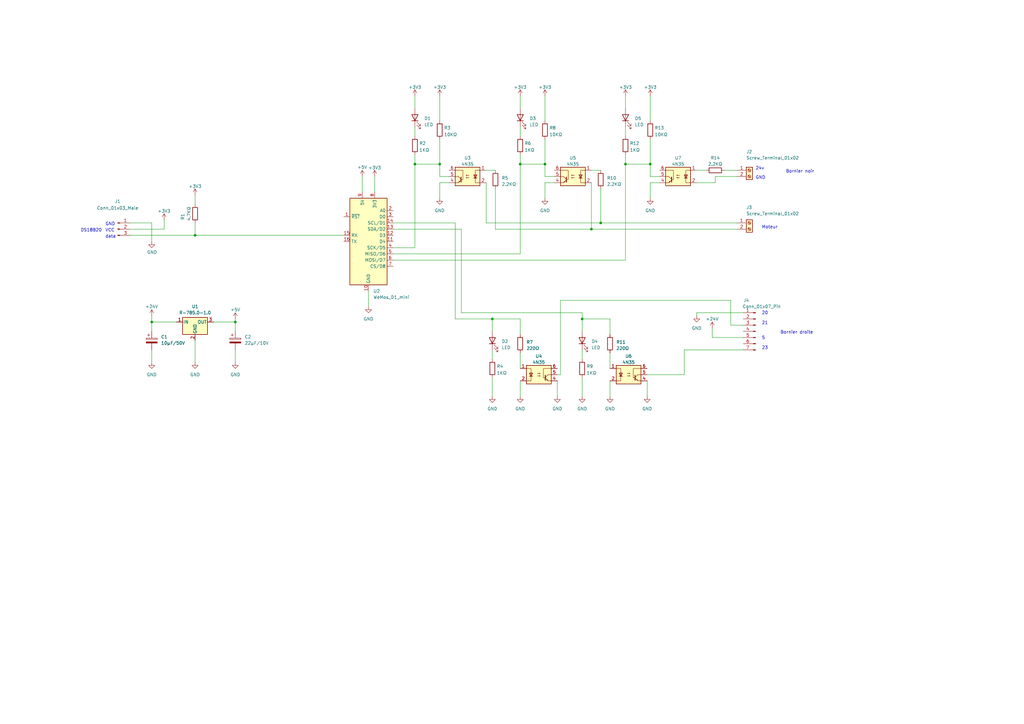
<source format=kicad_sch>
(kicad_sch (version 20230121) (generator eeschema)

  (uuid 9e00edb4-f0f4-46bc-a82d-075ebfd0d3ed)

  (paper "A3")

  (lib_symbols
    (symbol "Connector:Conn_01x03_Male" (pin_names (offset 1.016) hide) (in_bom yes) (on_board yes)
      (property "Reference" "J" (at 0 5.08 0)
        (effects (font (size 1.27 1.27)))
      )
      (property "Value" "Conn_01x03_Male" (at 0 -5.08 0)
        (effects (font (size 1.27 1.27)))
      )
      (property "Footprint" "" (at 0 0 0)
        (effects (font (size 1.27 1.27)) hide)
      )
      (property "Datasheet" "~" (at 0 0 0)
        (effects (font (size 1.27 1.27)) hide)
      )
      (property "ki_keywords" "connector" (at 0 0 0)
        (effects (font (size 1.27 1.27)) hide)
      )
      (property "ki_description" "Generic connector, single row, 01x03, script generated (kicad-library-utils/schlib/autogen/connector/)" (at 0 0 0)
        (effects (font (size 1.27 1.27)) hide)
      )
      (property "ki_fp_filters" "Connector*:*_1x??_*" (at 0 0 0)
        (effects (font (size 1.27 1.27)) hide)
      )
      (symbol "Conn_01x03_Male_1_1"
        (polyline
          (pts
            (xy 1.27 -2.54)
            (xy 0.8636 -2.54)
          )
          (stroke (width 0.1524) (type default))
          (fill (type none))
        )
        (polyline
          (pts
            (xy 1.27 0)
            (xy 0.8636 0)
          )
          (stroke (width 0.1524) (type default))
          (fill (type none))
        )
        (polyline
          (pts
            (xy 1.27 2.54)
            (xy 0.8636 2.54)
          )
          (stroke (width 0.1524) (type default))
          (fill (type none))
        )
        (rectangle (start 0.8636 -2.413) (end 0 -2.667)
          (stroke (width 0.1524) (type default))
          (fill (type outline))
        )
        (rectangle (start 0.8636 0.127) (end 0 -0.127)
          (stroke (width 0.1524) (type default))
          (fill (type outline))
        )
        (rectangle (start 0.8636 2.667) (end 0 2.413)
          (stroke (width 0.1524) (type default))
          (fill (type outline))
        )
        (pin passive line (at 5.08 2.54 180) (length 3.81)
          (name "Pin_1" (effects (font (size 1.27 1.27))))
          (number "1" (effects (font (size 1.27 1.27))))
        )
        (pin passive line (at 5.08 0 180) (length 3.81)
          (name "Pin_2" (effects (font (size 1.27 1.27))))
          (number "2" (effects (font (size 1.27 1.27))))
        )
        (pin passive line (at 5.08 -2.54 180) (length 3.81)
          (name "Pin_3" (effects (font (size 1.27 1.27))))
          (number "3" (effects (font (size 1.27 1.27))))
        )
      )
    )
    (symbol "Connector:Conn_01x07_Pin" (pin_names (offset 1.016) hide) (in_bom yes) (on_board yes)
      (property "Reference" "J" (at 0 10.16 0)
        (effects (font (size 1.27 1.27)))
      )
      (property "Value" "Conn_01x07_Pin" (at 0 -10.16 0)
        (effects (font (size 1.27 1.27)))
      )
      (property "Footprint" "" (at 0 0 0)
        (effects (font (size 1.27 1.27)) hide)
      )
      (property "Datasheet" "~" (at 0 0 0)
        (effects (font (size 1.27 1.27)) hide)
      )
      (property "ki_locked" "" (at 0 0 0)
        (effects (font (size 1.27 1.27)))
      )
      (property "ki_keywords" "connector" (at 0 0 0)
        (effects (font (size 1.27 1.27)) hide)
      )
      (property "ki_description" "Generic connector, single row, 01x07, script generated" (at 0 0 0)
        (effects (font (size 1.27 1.27)) hide)
      )
      (property "ki_fp_filters" "Connector*:*_1x??_*" (at 0 0 0)
        (effects (font (size 1.27 1.27)) hide)
      )
      (symbol "Conn_01x07_Pin_1_1"
        (polyline
          (pts
            (xy 1.27 -7.62)
            (xy 0.8636 -7.62)
          )
          (stroke (width 0.1524) (type default))
          (fill (type none))
        )
        (polyline
          (pts
            (xy 1.27 -5.08)
            (xy 0.8636 -5.08)
          )
          (stroke (width 0.1524) (type default))
          (fill (type none))
        )
        (polyline
          (pts
            (xy 1.27 -2.54)
            (xy 0.8636 -2.54)
          )
          (stroke (width 0.1524) (type default))
          (fill (type none))
        )
        (polyline
          (pts
            (xy 1.27 0)
            (xy 0.8636 0)
          )
          (stroke (width 0.1524) (type default))
          (fill (type none))
        )
        (polyline
          (pts
            (xy 1.27 2.54)
            (xy 0.8636 2.54)
          )
          (stroke (width 0.1524) (type default))
          (fill (type none))
        )
        (polyline
          (pts
            (xy 1.27 5.08)
            (xy 0.8636 5.08)
          )
          (stroke (width 0.1524) (type default))
          (fill (type none))
        )
        (polyline
          (pts
            (xy 1.27 7.62)
            (xy 0.8636 7.62)
          )
          (stroke (width 0.1524) (type default))
          (fill (type none))
        )
        (rectangle (start 0.8636 -7.493) (end 0 -7.747)
          (stroke (width 0.1524) (type default))
          (fill (type outline))
        )
        (rectangle (start 0.8636 -4.953) (end 0 -5.207)
          (stroke (width 0.1524) (type default))
          (fill (type outline))
        )
        (rectangle (start 0.8636 -2.413) (end 0 -2.667)
          (stroke (width 0.1524) (type default))
          (fill (type outline))
        )
        (rectangle (start 0.8636 0.127) (end 0 -0.127)
          (stroke (width 0.1524) (type default))
          (fill (type outline))
        )
        (rectangle (start 0.8636 2.667) (end 0 2.413)
          (stroke (width 0.1524) (type default))
          (fill (type outline))
        )
        (rectangle (start 0.8636 5.207) (end 0 4.953)
          (stroke (width 0.1524) (type default))
          (fill (type outline))
        )
        (rectangle (start 0.8636 7.747) (end 0 7.493)
          (stroke (width 0.1524) (type default))
          (fill (type outline))
        )
        (pin passive line (at 5.08 7.62 180) (length 3.81)
          (name "Pin_1" (effects (font (size 1.27 1.27))))
          (number "1" (effects (font (size 1.27 1.27))))
        )
        (pin passive line (at 5.08 5.08 180) (length 3.81)
          (name "Pin_2" (effects (font (size 1.27 1.27))))
          (number "2" (effects (font (size 1.27 1.27))))
        )
        (pin passive line (at 5.08 2.54 180) (length 3.81)
          (name "Pin_3" (effects (font (size 1.27 1.27))))
          (number "3" (effects (font (size 1.27 1.27))))
        )
        (pin passive line (at 5.08 0 180) (length 3.81)
          (name "Pin_4" (effects (font (size 1.27 1.27))))
          (number "4" (effects (font (size 1.27 1.27))))
        )
        (pin passive line (at 5.08 -2.54 180) (length 3.81)
          (name "Pin_5" (effects (font (size 1.27 1.27))))
          (number "5" (effects (font (size 1.27 1.27))))
        )
        (pin passive line (at 5.08 -5.08 180) (length 3.81)
          (name "Pin_6" (effects (font (size 1.27 1.27))))
          (number "6" (effects (font (size 1.27 1.27))))
        )
        (pin passive line (at 5.08 -7.62 180) (length 3.81)
          (name "Pin_7" (effects (font (size 1.27 1.27))))
          (number "7" (effects (font (size 1.27 1.27))))
        )
      )
    )
    (symbol "Connector:Screw_Terminal_01x02" (pin_names (offset 1.016) hide) (in_bom yes) (on_board yes)
      (property "Reference" "J" (at 0 2.54 0)
        (effects (font (size 1.27 1.27)))
      )
      (property "Value" "Screw_Terminal_01x02" (at 0 -5.08 0)
        (effects (font (size 1.27 1.27)))
      )
      (property "Footprint" "" (at 0 0 0)
        (effects (font (size 1.27 1.27)) hide)
      )
      (property "Datasheet" "~" (at 0 0 0)
        (effects (font (size 1.27 1.27)) hide)
      )
      (property "ki_keywords" "screw terminal" (at 0 0 0)
        (effects (font (size 1.27 1.27)) hide)
      )
      (property "ki_description" "Generic screw terminal, single row, 01x02, script generated (kicad-library-utils/schlib/autogen/connector/)" (at 0 0 0)
        (effects (font (size 1.27 1.27)) hide)
      )
      (property "ki_fp_filters" "TerminalBlock*:*" (at 0 0 0)
        (effects (font (size 1.27 1.27)) hide)
      )
      (symbol "Screw_Terminal_01x02_1_1"
        (rectangle (start -1.27 1.27) (end 1.27 -3.81)
          (stroke (width 0.254) (type default))
          (fill (type background))
        )
        (circle (center 0 -2.54) (radius 0.635)
          (stroke (width 0.1524) (type default))
          (fill (type none))
        )
        (polyline
          (pts
            (xy -0.5334 -2.2098)
            (xy 0.3302 -3.048)
          )
          (stroke (width 0.1524) (type default))
          (fill (type none))
        )
        (polyline
          (pts
            (xy -0.5334 0.3302)
            (xy 0.3302 -0.508)
          )
          (stroke (width 0.1524) (type default))
          (fill (type none))
        )
        (polyline
          (pts
            (xy -0.3556 -2.032)
            (xy 0.508 -2.8702)
          )
          (stroke (width 0.1524) (type default))
          (fill (type none))
        )
        (polyline
          (pts
            (xy -0.3556 0.508)
            (xy 0.508 -0.3302)
          )
          (stroke (width 0.1524) (type default))
          (fill (type none))
        )
        (circle (center 0 0) (radius 0.635)
          (stroke (width 0.1524) (type default))
          (fill (type none))
        )
        (pin passive line (at -5.08 0 0) (length 3.81)
          (name "Pin_1" (effects (font (size 1.27 1.27))))
          (number "1" (effects (font (size 1.27 1.27))))
        )
        (pin passive line (at -5.08 -2.54 0) (length 3.81)
          (name "Pin_2" (effects (font (size 1.27 1.27))))
          (number "2" (effects (font (size 1.27 1.27))))
        )
      )
    )
    (symbol "Device:C_Polarized" (pin_numbers hide) (pin_names (offset 0.254)) (in_bom yes) (on_board yes)
      (property "Reference" "C" (at 0.635 2.54 0)
        (effects (font (size 1.27 1.27)) (justify left))
      )
      (property "Value" "C_Polarized" (at 0.635 -2.54 0)
        (effects (font (size 1.27 1.27)) (justify left))
      )
      (property "Footprint" "" (at 0.9652 -3.81 0)
        (effects (font (size 1.27 1.27)) hide)
      )
      (property "Datasheet" "~" (at 0 0 0)
        (effects (font (size 1.27 1.27)) hide)
      )
      (property "ki_keywords" "cap capacitor" (at 0 0 0)
        (effects (font (size 1.27 1.27)) hide)
      )
      (property "ki_description" "Polarized capacitor" (at 0 0 0)
        (effects (font (size 1.27 1.27)) hide)
      )
      (property "ki_fp_filters" "CP_*" (at 0 0 0)
        (effects (font (size 1.27 1.27)) hide)
      )
      (symbol "C_Polarized_0_1"
        (rectangle (start -2.286 0.508) (end 2.286 1.016)
          (stroke (width 0) (type default))
          (fill (type none))
        )
        (polyline
          (pts
            (xy -1.778 2.286)
            (xy -0.762 2.286)
          )
          (stroke (width 0) (type default))
          (fill (type none))
        )
        (polyline
          (pts
            (xy -1.27 2.794)
            (xy -1.27 1.778)
          )
          (stroke (width 0) (type default))
          (fill (type none))
        )
        (rectangle (start 2.286 -0.508) (end -2.286 -1.016)
          (stroke (width 0) (type default))
          (fill (type outline))
        )
      )
      (symbol "C_Polarized_1_1"
        (pin passive line (at 0 3.81 270) (length 2.794)
          (name "~" (effects (font (size 1.27 1.27))))
          (number "1" (effects (font (size 1.27 1.27))))
        )
        (pin passive line (at 0 -3.81 90) (length 2.794)
          (name "~" (effects (font (size 1.27 1.27))))
          (number "2" (effects (font (size 1.27 1.27))))
        )
      )
    )
    (symbol "Device:LED" (pin_numbers hide) (pin_names (offset 1.016) hide) (in_bom yes) (on_board yes)
      (property "Reference" "D" (at 0 2.54 0)
        (effects (font (size 1.27 1.27)))
      )
      (property "Value" "LED" (at 0 -2.54 0)
        (effects (font (size 1.27 1.27)))
      )
      (property "Footprint" "" (at 0 0 0)
        (effects (font (size 1.27 1.27)) hide)
      )
      (property "Datasheet" "~" (at 0 0 0)
        (effects (font (size 1.27 1.27)) hide)
      )
      (property "ki_keywords" "LED diode" (at 0 0 0)
        (effects (font (size 1.27 1.27)) hide)
      )
      (property "ki_description" "Light emitting diode" (at 0 0 0)
        (effects (font (size 1.27 1.27)) hide)
      )
      (property "ki_fp_filters" "LED* LED_SMD:* LED_THT:*" (at 0 0 0)
        (effects (font (size 1.27 1.27)) hide)
      )
      (symbol "LED_0_1"
        (polyline
          (pts
            (xy -1.27 -1.27)
            (xy -1.27 1.27)
          )
          (stroke (width 0.254) (type default))
          (fill (type none))
        )
        (polyline
          (pts
            (xy -1.27 0)
            (xy 1.27 0)
          )
          (stroke (width 0) (type default))
          (fill (type none))
        )
        (polyline
          (pts
            (xy 1.27 -1.27)
            (xy 1.27 1.27)
            (xy -1.27 0)
            (xy 1.27 -1.27)
          )
          (stroke (width 0.254) (type default))
          (fill (type none))
        )
        (polyline
          (pts
            (xy -3.048 -0.762)
            (xy -4.572 -2.286)
            (xy -3.81 -2.286)
            (xy -4.572 -2.286)
            (xy -4.572 -1.524)
          )
          (stroke (width 0) (type default))
          (fill (type none))
        )
        (polyline
          (pts
            (xy -1.778 -0.762)
            (xy -3.302 -2.286)
            (xy -2.54 -2.286)
            (xy -3.302 -2.286)
            (xy -3.302 -1.524)
          )
          (stroke (width 0) (type default))
          (fill (type none))
        )
      )
      (symbol "LED_1_1"
        (pin passive line (at -3.81 0 0) (length 2.54)
          (name "K" (effects (font (size 1.27 1.27))))
          (number "1" (effects (font (size 1.27 1.27))))
        )
        (pin passive line (at 3.81 0 180) (length 2.54)
          (name "A" (effects (font (size 1.27 1.27))))
          (number "2" (effects (font (size 1.27 1.27))))
        )
      )
    )
    (symbol "Device:R" (pin_numbers hide) (pin_names (offset 0)) (in_bom yes) (on_board yes)
      (property "Reference" "R" (at 2.032 0 90)
        (effects (font (size 1.27 1.27)))
      )
      (property "Value" "R" (at 0 0 90)
        (effects (font (size 1.27 1.27)))
      )
      (property "Footprint" "" (at -1.778 0 90)
        (effects (font (size 1.27 1.27)) hide)
      )
      (property "Datasheet" "~" (at 0 0 0)
        (effects (font (size 1.27 1.27)) hide)
      )
      (property "ki_keywords" "R res resistor" (at 0 0 0)
        (effects (font (size 1.27 1.27)) hide)
      )
      (property "ki_description" "Resistor" (at 0 0 0)
        (effects (font (size 1.27 1.27)) hide)
      )
      (property "ki_fp_filters" "R_*" (at 0 0 0)
        (effects (font (size 1.27 1.27)) hide)
      )
      (symbol "R_0_1"
        (rectangle (start -1.016 -2.54) (end 1.016 2.54)
          (stroke (width 0.254) (type default))
          (fill (type none))
        )
      )
      (symbol "R_1_1"
        (pin passive line (at 0 3.81 270) (length 1.27)
          (name "~" (effects (font (size 1.27 1.27))))
          (number "1" (effects (font (size 1.27 1.27))))
        )
        (pin passive line (at 0 -3.81 90) (length 1.27)
          (name "~" (effects (font (size 1.27 1.27))))
          (number "2" (effects (font (size 1.27 1.27))))
        )
      )
    )
    (symbol "Isolator:4N35" (pin_names (offset 1.016)) (in_bom yes) (on_board yes)
      (property "Reference" "U" (at -5.08 5.08 0)
        (effects (font (size 1.27 1.27)) (justify left))
      )
      (property "Value" "4N35" (at 0 5.08 0)
        (effects (font (size 1.27 1.27)) (justify left))
      )
      (property "Footprint" "Package_DIP:DIP-6_W7.62mm" (at -5.08 -5.08 0)
        (effects (font (size 1.27 1.27) italic) (justify left) hide)
      )
      (property "Datasheet" "https://www.vishay.com/docs/81181/4n35.pdf" (at 0 0 0)
        (effects (font (size 1.27 1.27)) (justify left) hide)
      )
      (property "ki_keywords" "NPN DC Optocoupler Base Connected" (at 0 0 0)
        (effects (font (size 1.27 1.27)) hide)
      )
      (property "ki_description" "Optocoupler, Phototransistor Output, with Base Connection, Vce 70V, CTR 100%, Viso 5000V, DIP6" (at 0 0 0)
        (effects (font (size 1.27 1.27)) hide)
      )
      (property "ki_fp_filters" "DIP*W7.62mm*" (at 0 0 0)
        (effects (font (size 1.27 1.27)) hide)
      )
      (symbol "4N35_0_1"
        (rectangle (start -5.08 3.81) (end 5.08 -3.81)
          (stroke (width 0.254) (type default))
          (fill (type background))
        )
        (polyline
          (pts
            (xy -3.81 -0.635)
            (xy -2.54 -0.635)
          )
          (stroke (width 0.254) (type default))
          (fill (type none))
        )
        (polyline
          (pts
            (xy 2.667 -1.397)
            (xy 3.81 -2.54)
          )
          (stroke (width 0) (type default))
          (fill (type none))
        )
        (polyline
          (pts
            (xy 2.667 -1.143)
            (xy 3.81 0)
          )
          (stroke (width 0) (type default))
          (fill (type none))
        )
        (polyline
          (pts
            (xy 3.81 -2.54)
            (xy 5.08 -2.54)
          )
          (stroke (width 0) (type default))
          (fill (type none))
        )
        (polyline
          (pts
            (xy 3.81 0)
            (xy 5.08 0)
          )
          (stroke (width 0) (type default))
          (fill (type none))
        )
        (polyline
          (pts
            (xy 2.667 -0.254)
            (xy 2.667 -2.286)
            (xy 2.667 -2.286)
          )
          (stroke (width 0.3556) (type default))
          (fill (type none))
        )
        (polyline
          (pts
            (xy -5.08 -2.54)
            (xy -3.175 -2.54)
            (xy -3.175 2.54)
            (xy -5.08 2.54)
          )
          (stroke (width 0) (type default))
          (fill (type none))
        )
        (polyline
          (pts
            (xy -3.175 -0.635)
            (xy -3.81 0.635)
            (xy -2.54 0.635)
            (xy -3.175 -0.635)
          )
          (stroke (width 0.254) (type default))
          (fill (type none))
        )
        (polyline
          (pts
            (xy 3.683 -2.413)
            (xy 3.429 -1.905)
            (xy 3.175 -2.159)
            (xy 3.683 -2.413)
          )
          (stroke (width 0) (type default))
          (fill (type none))
        )
        (polyline
          (pts
            (xy 5.08 2.54)
            (xy 1.905 2.54)
            (xy 1.905 -1.27)
            (xy 2.54 -1.27)
          )
          (stroke (width 0) (type default))
          (fill (type none))
        )
        (polyline
          (pts
            (xy -0.635 -0.508)
            (xy 0.635 -0.508)
            (xy 0.254 -0.635)
            (xy 0.254 -0.381)
            (xy 0.635 -0.508)
          )
          (stroke (width 0) (type default))
          (fill (type none))
        )
        (polyline
          (pts
            (xy -0.635 0.508)
            (xy 0.635 0.508)
            (xy 0.254 0.381)
            (xy 0.254 0.635)
            (xy 0.635 0.508)
          )
          (stroke (width 0) (type default))
          (fill (type none))
        )
      )
      (symbol "4N35_1_1"
        (pin passive line (at -7.62 2.54 0) (length 2.54)
          (name "~" (effects (font (size 1.27 1.27))))
          (number "1" (effects (font (size 1.27 1.27))))
        )
        (pin passive line (at -7.62 -2.54 0) (length 2.54)
          (name "~" (effects (font (size 1.27 1.27))))
          (number "2" (effects (font (size 1.27 1.27))))
        )
        (pin no_connect line (at -5.08 0 0) (length 2.54) hide
          (name "NC" (effects (font (size 1.27 1.27))))
          (number "3" (effects (font (size 1.27 1.27))))
        )
        (pin passive line (at 7.62 -2.54 180) (length 2.54)
          (name "~" (effects (font (size 1.27 1.27))))
          (number "4" (effects (font (size 1.27 1.27))))
        )
        (pin passive line (at 7.62 0 180) (length 2.54)
          (name "~" (effects (font (size 1.27 1.27))))
          (number "5" (effects (font (size 1.27 1.27))))
        )
        (pin passive line (at 7.62 2.54 180) (length 2.54)
          (name "~" (effects (font (size 1.27 1.27))))
          (number "6" (effects (font (size 1.27 1.27))))
        )
      )
    )
    (symbol "MCU_Module:WeMos_D1_mini" (in_bom yes) (on_board yes)
      (property "Reference" "U" (at 3.81 19.05 0)
        (effects (font (size 1.27 1.27)) (justify left))
      )
      (property "Value" "WeMos_D1_mini" (at 1.27 -19.05 0)
        (effects (font (size 1.27 1.27)) (justify left))
      )
      (property "Footprint" "Module:WEMOS_D1_mini_light" (at 0 -29.21 0)
        (effects (font (size 1.27 1.27)) hide)
      )
      (property "Datasheet" "https://wiki.wemos.cc/products:d1:d1_mini#documentation" (at -46.99 -29.21 0)
        (effects (font (size 1.27 1.27)) hide)
      )
      (property "ki_keywords" "ESP8266 WiFi microcontroller ESP8266EX" (at 0 0 0)
        (effects (font (size 1.27 1.27)) hide)
      )
      (property "ki_description" "32-bit microcontroller module with WiFi" (at 0 0 0)
        (effects (font (size 1.27 1.27)) hide)
      )
      (property "ki_fp_filters" "WEMOS*D1*mini*" (at 0 0 0)
        (effects (font (size 1.27 1.27)) hide)
      )
      (symbol "WeMos_D1_mini_1_1"
        (rectangle (start -7.62 17.78) (end 7.62 -17.78)
          (stroke (width 0.254) (type default))
          (fill (type background))
        )
        (pin input line (at -10.16 10.16 0) (length 2.54)
          (name "~{RST}" (effects (font (size 1.27 1.27))))
          (number "1" (effects (font (size 1.27 1.27))))
        )
        (pin power_in line (at 0 -20.32 90) (length 2.54)
          (name "GND" (effects (font (size 1.27 1.27))))
          (number "10" (effects (font (size 1.27 1.27))))
        )
        (pin bidirectional line (at 10.16 0 180) (length 2.54)
          (name "D4" (effects (font (size 1.27 1.27))))
          (number "11" (effects (font (size 1.27 1.27))))
        )
        (pin bidirectional line (at 10.16 2.54 180) (length 2.54)
          (name "D3" (effects (font (size 1.27 1.27))))
          (number "12" (effects (font (size 1.27 1.27))))
        )
        (pin bidirectional line (at 10.16 5.08 180) (length 2.54)
          (name "SDA/D2" (effects (font (size 1.27 1.27))))
          (number "13" (effects (font (size 1.27 1.27))))
        )
        (pin bidirectional line (at 10.16 7.62 180) (length 2.54)
          (name "SCL/D1" (effects (font (size 1.27 1.27))))
          (number "14" (effects (font (size 1.27 1.27))))
        )
        (pin input line (at -10.16 2.54 0) (length 2.54)
          (name "RX" (effects (font (size 1.27 1.27))))
          (number "15" (effects (font (size 1.27 1.27))))
        )
        (pin output line (at -10.16 0 0) (length 2.54)
          (name "TX" (effects (font (size 1.27 1.27))))
          (number "16" (effects (font (size 1.27 1.27))))
        )
        (pin input line (at 10.16 12.7 180) (length 2.54)
          (name "A0" (effects (font (size 1.27 1.27))))
          (number "2" (effects (font (size 1.27 1.27))))
        )
        (pin bidirectional line (at 10.16 10.16 180) (length 2.54)
          (name "D0" (effects (font (size 1.27 1.27))))
          (number "3" (effects (font (size 1.27 1.27))))
        )
        (pin bidirectional line (at 10.16 -2.54 180) (length 2.54)
          (name "SCK/D5" (effects (font (size 1.27 1.27))))
          (number "4" (effects (font (size 1.27 1.27))))
        )
        (pin bidirectional line (at 10.16 -5.08 180) (length 2.54)
          (name "MISO/D6" (effects (font (size 1.27 1.27))))
          (number "5" (effects (font (size 1.27 1.27))))
        )
        (pin bidirectional line (at 10.16 -7.62 180) (length 2.54)
          (name "MOSI/D7" (effects (font (size 1.27 1.27))))
          (number "6" (effects (font (size 1.27 1.27))))
        )
        (pin bidirectional line (at 10.16 -10.16 180) (length 2.54)
          (name "CS/D8" (effects (font (size 1.27 1.27))))
          (number "7" (effects (font (size 1.27 1.27))))
        )
        (pin power_out line (at 2.54 20.32 270) (length 2.54)
          (name "3V3" (effects (font (size 1.27 1.27))))
          (number "8" (effects (font (size 1.27 1.27))))
        )
        (pin power_in line (at -2.54 20.32 270) (length 2.54)
          (name "5V" (effects (font (size 1.27 1.27))))
          (number "9" (effects (font (size 1.27 1.27))))
        )
      )
    )
    (symbol "Regulator_Switching:R-785.0-1.0" (pin_names (offset 0.254)) (in_bom yes) (on_board yes)
      (property "Reference" "U" (at -3.81 3.175 0)
        (effects (font (size 1.27 1.27)))
      )
      (property "Value" "R-785.0-1.0" (at 0 3.175 0)
        (effects (font (size 1.27 1.27)) (justify left))
      )
      (property "Footprint" "Converter_DCDC:Converter_DCDC_RECOM_R-78E-0.5_THT" (at 1.27 -6.35 0)
        (effects (font (size 1.27 1.27) italic) (justify left) hide)
      )
      (property "Datasheet" "https://www.recom-power.com/pdf/Innoline/R-78xx-1.0.pdf" (at 0 0 0)
        (effects (font (size 1.27 1.27)) hide)
      )
      (property "ki_keywords" "dc-dc recom Step-Down DC/DC-Regulator" (at 0 0 0)
        (effects (font (size 1.27 1.27)) hide)
      )
      (property "ki_description" "1A Step-Down DC/DC-Regulator, 6.5-18V input, 5V fixed Output Voltage, LM78xx replacement, -40°C to +85°C, SIP3" (at 0 0 0)
        (effects (font (size 1.27 1.27)) hide)
      )
      (property "ki_fp_filters" "Converter*DCDC*RECOM*R*78E*0.5*" (at 0 0 0)
        (effects (font (size 1.27 1.27)) hide)
      )
      (symbol "R-785.0-1.0_0_1"
        (rectangle (start -5.08 1.905) (end 5.08 -5.08)
          (stroke (width 0.254) (type default))
          (fill (type background))
        )
      )
      (symbol "R-785.0-1.0_1_1"
        (pin power_in line (at -7.62 0 0) (length 2.54)
          (name "IN" (effects (font (size 1.27 1.27))))
          (number "1" (effects (font (size 1.27 1.27))))
        )
        (pin power_in line (at 0 -7.62 90) (length 2.54)
          (name "GND" (effects (font (size 1.27 1.27))))
          (number "2" (effects (font (size 1.27 1.27))))
        )
        (pin power_out line (at 7.62 0 180) (length 2.54)
          (name "OUT" (effects (font (size 1.27 1.27))))
          (number "3" (effects (font (size 1.27 1.27))))
        )
      )
    )
    (symbol "power:+24V" (power) (pin_names (offset 0)) (in_bom yes) (on_board yes)
      (property "Reference" "#PWR" (at 0 -3.81 0)
        (effects (font (size 1.27 1.27)) hide)
      )
      (property "Value" "+24V" (at 0 3.556 0)
        (effects (font (size 1.27 1.27)))
      )
      (property "Footprint" "" (at 0 0 0)
        (effects (font (size 1.27 1.27)) hide)
      )
      (property "Datasheet" "" (at 0 0 0)
        (effects (font (size 1.27 1.27)) hide)
      )
      (property "ki_keywords" "global power" (at 0 0 0)
        (effects (font (size 1.27 1.27)) hide)
      )
      (property "ki_description" "Power symbol creates a global label with name \"+24V\"" (at 0 0 0)
        (effects (font (size 1.27 1.27)) hide)
      )
      (symbol "+24V_0_1"
        (polyline
          (pts
            (xy -0.762 1.27)
            (xy 0 2.54)
          )
          (stroke (width 0) (type default))
          (fill (type none))
        )
        (polyline
          (pts
            (xy 0 0)
            (xy 0 2.54)
          )
          (stroke (width 0) (type default))
          (fill (type none))
        )
        (polyline
          (pts
            (xy 0 2.54)
            (xy 0.762 1.27)
          )
          (stroke (width 0) (type default))
          (fill (type none))
        )
      )
      (symbol "+24V_1_1"
        (pin power_in line (at 0 0 90) (length 0) hide
          (name "+24V" (effects (font (size 1.27 1.27))))
          (number "1" (effects (font (size 1.27 1.27))))
        )
      )
    )
    (symbol "power:+3.3V" (power) (pin_names (offset 0)) (in_bom yes) (on_board yes)
      (property "Reference" "#PWR" (at 0 -3.81 0)
        (effects (font (size 1.27 1.27)) hide)
      )
      (property "Value" "+3.3V" (at 0 3.556 0)
        (effects (font (size 1.27 1.27)))
      )
      (property "Footprint" "" (at 0 0 0)
        (effects (font (size 1.27 1.27)) hide)
      )
      (property "Datasheet" "" (at 0 0 0)
        (effects (font (size 1.27 1.27)) hide)
      )
      (property "ki_keywords" "power-flag" (at 0 0 0)
        (effects (font (size 1.27 1.27)) hide)
      )
      (property "ki_description" "Power symbol creates a global label with name \"+3.3V\"" (at 0 0 0)
        (effects (font (size 1.27 1.27)) hide)
      )
      (symbol "+3.3V_0_1"
        (polyline
          (pts
            (xy -0.762 1.27)
            (xy 0 2.54)
          )
          (stroke (width 0) (type default))
          (fill (type none))
        )
        (polyline
          (pts
            (xy 0 0)
            (xy 0 2.54)
          )
          (stroke (width 0) (type default))
          (fill (type none))
        )
        (polyline
          (pts
            (xy 0 2.54)
            (xy 0.762 1.27)
          )
          (stroke (width 0) (type default))
          (fill (type none))
        )
      )
      (symbol "+3.3V_1_1"
        (pin power_in line (at 0 0 90) (length 0) hide
          (name "+3V3" (effects (font (size 1.27 1.27))))
          (number "1" (effects (font (size 1.27 1.27))))
        )
      )
    )
    (symbol "power:+3V3" (power) (pin_names (offset 0)) (in_bom yes) (on_board yes)
      (property "Reference" "#PWR" (at 0 -3.81 0)
        (effects (font (size 1.27 1.27)) hide)
      )
      (property "Value" "+3V3" (at 0 3.556 0)
        (effects (font (size 1.27 1.27)))
      )
      (property "Footprint" "" (at 0 0 0)
        (effects (font (size 1.27 1.27)) hide)
      )
      (property "Datasheet" "" (at 0 0 0)
        (effects (font (size 1.27 1.27)) hide)
      )
      (property "ki_keywords" "power-flag" (at 0 0 0)
        (effects (font (size 1.27 1.27)) hide)
      )
      (property "ki_description" "Power symbol creates a global label with name \"+3V3\"" (at 0 0 0)
        (effects (font (size 1.27 1.27)) hide)
      )
      (symbol "+3V3_0_1"
        (polyline
          (pts
            (xy -0.762 1.27)
            (xy 0 2.54)
          )
          (stroke (width 0) (type default))
          (fill (type none))
        )
        (polyline
          (pts
            (xy 0 0)
            (xy 0 2.54)
          )
          (stroke (width 0) (type default))
          (fill (type none))
        )
        (polyline
          (pts
            (xy 0 2.54)
            (xy 0.762 1.27)
          )
          (stroke (width 0) (type default))
          (fill (type none))
        )
      )
      (symbol "+3V3_1_1"
        (pin power_in line (at 0 0 90) (length 0) hide
          (name "+3V3" (effects (font (size 1.27 1.27))))
          (number "1" (effects (font (size 1.27 1.27))))
        )
      )
    )
    (symbol "power:+5V" (power) (pin_names (offset 0)) (in_bom yes) (on_board yes)
      (property "Reference" "#PWR" (at 0 -3.81 0)
        (effects (font (size 1.27 1.27)) hide)
      )
      (property "Value" "+5V" (at 0 3.556 0)
        (effects (font (size 1.27 1.27)))
      )
      (property "Footprint" "" (at 0 0 0)
        (effects (font (size 1.27 1.27)) hide)
      )
      (property "Datasheet" "" (at 0 0 0)
        (effects (font (size 1.27 1.27)) hide)
      )
      (property "ki_keywords" "global power" (at 0 0 0)
        (effects (font (size 1.27 1.27)) hide)
      )
      (property "ki_description" "Power symbol creates a global label with name \"+5V\"" (at 0 0 0)
        (effects (font (size 1.27 1.27)) hide)
      )
      (symbol "+5V_0_1"
        (polyline
          (pts
            (xy -0.762 1.27)
            (xy 0 2.54)
          )
          (stroke (width 0) (type default))
          (fill (type none))
        )
        (polyline
          (pts
            (xy 0 0)
            (xy 0 2.54)
          )
          (stroke (width 0) (type default))
          (fill (type none))
        )
        (polyline
          (pts
            (xy 0 2.54)
            (xy 0.762 1.27)
          )
          (stroke (width 0) (type default))
          (fill (type none))
        )
      )
      (symbol "+5V_1_1"
        (pin power_in line (at 0 0 90) (length 0) hide
          (name "+5V" (effects (font (size 1.27 1.27))))
          (number "1" (effects (font (size 1.27 1.27))))
        )
      )
    )
    (symbol "power:GND" (power) (pin_names (offset 0)) (in_bom yes) (on_board yes)
      (property "Reference" "#PWR" (at 0 -6.35 0)
        (effects (font (size 1.27 1.27)) hide)
      )
      (property "Value" "GND" (at 0 -3.81 0)
        (effects (font (size 1.27 1.27)))
      )
      (property "Footprint" "" (at 0 0 0)
        (effects (font (size 1.27 1.27)) hide)
      )
      (property "Datasheet" "" (at 0 0 0)
        (effects (font (size 1.27 1.27)) hide)
      )
      (property "ki_keywords" "global power" (at 0 0 0)
        (effects (font (size 1.27 1.27)) hide)
      )
      (property "ki_description" "Power symbol creates a global label with name \"GND\" , ground" (at 0 0 0)
        (effects (font (size 1.27 1.27)) hide)
      )
      (symbol "GND_0_1"
        (polyline
          (pts
            (xy 0 0)
            (xy 0 -1.27)
            (xy 1.27 -1.27)
            (xy 0 -2.54)
            (xy -1.27 -1.27)
            (xy 0 -1.27)
          )
          (stroke (width 0) (type default))
          (fill (type none))
        )
      )
      (symbol "GND_1_1"
        (pin power_in line (at 0 0 270) (length 0) hide
          (name "GND" (effects (font (size 1.27 1.27))))
          (number "1" (effects (font (size 1.27 1.27))))
        )
      )
    )
  )

  (junction (at 170.18 67.31) (diameter 0) (color 0 0 0 0)
    (uuid 1732f3bc-62e2-4d40-b715-270ad981ba46)
  )
  (junction (at 180.34 67.31) (diameter 0) (color 0 0 0 0)
    (uuid 1d40a8bb-9610-450a-b0de-c2d170aa77f1)
  )
  (junction (at 213.36 67.31) (diameter 0) (color 0 0 0 0)
    (uuid 30595c89-4a3d-40c0-8c99-8d5658bd061e)
  )
  (junction (at 80.01 96.52) (diameter 0) (color 0 0 0 0)
    (uuid 478cd1ac-b552-4c51-8645-255a167ffa69)
  )
  (junction (at 201.93 130.81) (diameter 0) (color 0 0 0 0)
    (uuid 4cfa1e5d-fc3f-46b2-ab22-ba3bc28d9bde)
  )
  (junction (at 242.57 93.98) (diameter 0) (color 0 0 0 0)
    (uuid 6e27d68a-de37-47d6-b332-3f3c1c5f9a1b)
  )
  (junction (at 238.76 130.81) (diameter 0) (color 0 0 0 0)
    (uuid 7387c158-778b-415e-a594-532423eab2ac)
  )
  (junction (at 223.52 67.31) (diameter 0) (color 0 0 0 0)
    (uuid 9f0f81ef-fdca-4b02-9b02-f13a5fa359c0)
  )
  (junction (at 266.7 67.31) (diameter 0) (color 0 0 0 0)
    (uuid b764b00f-bf9e-4669-ac1b-b4afe33e84eb)
  )
  (junction (at 246.38 91.44) (diameter 0) (color 0 0 0 0)
    (uuid ba2a7c00-6f5c-49bf-8e86-9cae7e33112d)
  )
  (junction (at 96.52 132.08) (diameter 0) (color 0 0 0 0)
    (uuid c24e2ccd-4052-4830-8a78-a1aa71cdee83)
  )
  (junction (at 256.54 67.31) (diameter 0) (color 0 0 0 0)
    (uuid e1676355-aad1-423a-83af-61170c3b3290)
  )
  (junction (at 62.23 132.08) (diameter 0) (color 0 0 0 0)
    (uuid fe5c190f-32c3-4712-ba57-776f0c9b465e)
  )

  (wire (pts (xy 80.01 96.52) (xy 140.97 96.52))
    (stroke (width 0) (type default))
    (uuid 00e88d99-de82-4863-9fc4-4133332d5c95)
  )
  (wire (pts (xy 96.52 132.08) (xy 96.52 130.81))
    (stroke (width 0) (type default))
    (uuid 0270c9a3-c09f-4936-b26a-02f718f2a637)
  )
  (wire (pts (xy 161.29 104.14) (xy 213.36 104.14))
    (stroke (width 0) (type default))
    (uuid 03ee8c82-8604-454b-9930-e46b45dbcbb4)
  )
  (wire (pts (xy 62.23 91.44) (xy 62.23 99.06))
    (stroke (width 0) (type default))
    (uuid 07f7b3f8-4a96-4fc6-a5da-acd181d34df5)
  )
  (wire (pts (xy 292.1 138.43) (xy 304.8 138.43))
    (stroke (width 0) (type default))
    (uuid 09f065a6-8db4-4dd8-b921-98c31e517150)
  )
  (wire (pts (xy 265.43 156.21) (xy 265.43 162.56))
    (stroke (width 0) (type default))
    (uuid 0c691f0b-86eb-4e11-97cd-741dfacc93a3)
  )
  (wire (pts (xy 180.34 67.31) (xy 170.18 67.31))
    (stroke (width 0) (type default))
    (uuid 12081d9e-2f04-44c3-b260-7cdc23c06f30)
  )
  (wire (pts (xy 203.2 77.47) (xy 203.2 93.98))
    (stroke (width 0) (type default))
    (uuid 15e2ab11-4be2-4788-a836-a6e348cce5b6)
  )
  (wire (pts (xy 229.87 153.67) (xy 229.87 123.19))
    (stroke (width 0) (type default))
    (uuid 189e7926-8978-4671-9ecf-18bd6a96274f)
  )
  (wire (pts (xy 199.39 91.44) (xy 246.38 91.44))
    (stroke (width 0) (type default))
    (uuid 19b9ba4c-2244-4dc4-a541-d9459ae7f7f0)
  )
  (wire (pts (xy 161.29 91.44) (xy 186.69 91.44))
    (stroke (width 0) (type default))
    (uuid 1a5912be-4ee0-43a6-81e8-34e3adc8d30c)
  )
  (wire (pts (xy 299.72 133.35) (xy 304.8 133.35))
    (stroke (width 0) (type default))
    (uuid 1a6052cc-7a82-4f46-b54b-cdc3e9014361)
  )
  (wire (pts (xy 266.7 72.39) (xy 270.51 72.39))
    (stroke (width 0) (type default))
    (uuid 1bed4458-95cf-4024-a854-e3201bb16b2b)
  )
  (wire (pts (xy 285.75 69.85) (xy 289.56 69.85))
    (stroke (width 0) (type default))
    (uuid 1c15a370-41d7-484a-bdcf-68253475c1d2)
  )
  (wire (pts (xy 203.2 93.98) (xy 242.57 93.98))
    (stroke (width 0) (type default))
    (uuid 1d1886cf-dc52-4ddb-8afc-8554229e9570)
  )
  (wire (pts (xy 285.75 74.93) (xy 293.37 74.93))
    (stroke (width 0) (type default))
    (uuid 1d7e7383-5b5c-4dc1-998b-663e51823079)
  )
  (wire (pts (xy 285.75 128.27) (xy 285.75 129.54))
    (stroke (width 0) (type default))
    (uuid 1e0b37d6-e851-4568-b064-35b725c160e0)
  )
  (wire (pts (xy 228.6 153.67) (xy 229.87 153.67))
    (stroke (width 0) (type default))
    (uuid 21e81edf-ee46-417d-8211-27d9307a6a14)
  )
  (wire (pts (xy 186.69 130.81) (xy 201.93 130.81))
    (stroke (width 0) (type default))
    (uuid 22b2b18e-c46f-43d8-b1cd-35e39c812c3b)
  )
  (wire (pts (xy 170.18 39.37) (xy 170.18 44.45))
    (stroke (width 0) (type default))
    (uuid 23f19b38-29da-4272-a310-59cd177374dc)
  )
  (wire (pts (xy 223.52 74.93) (xy 223.52 81.28))
    (stroke (width 0) (type default))
    (uuid 241bc630-0e5c-4157-a39e-d8005a8caa42)
  )
  (wire (pts (xy 201.93 130.81) (xy 201.93 135.89))
    (stroke (width 0) (type default))
    (uuid 24e39566-8f88-4993-9e9b-6c33f517744d)
  )
  (wire (pts (xy 266.7 57.15) (xy 266.7 67.31))
    (stroke (width 0) (type default))
    (uuid 25f762ed-6611-4c51-94b0-c2e2cd5ebd81)
  )
  (wire (pts (xy 228.6 156.21) (xy 228.6 162.56))
    (stroke (width 0) (type default))
    (uuid 2a65b08e-78ed-491e-9d37-8debc959a158)
  )
  (wire (pts (xy 62.23 132.08) (xy 62.23 129.54))
    (stroke (width 0) (type default))
    (uuid 2b4e32c6-79cf-4fc4-ad6f-74b23d5cc170)
  )
  (wire (pts (xy 199.39 69.85) (xy 203.2 69.85))
    (stroke (width 0) (type default))
    (uuid 2f828b9e-1ab4-4d26-b391-1d0d05e77329)
  )
  (wire (pts (xy 299.72 123.19) (xy 299.72 133.35))
    (stroke (width 0) (type default))
    (uuid 33557e3a-9565-4397-9fd6-8032386f12d0)
  )
  (wire (pts (xy 238.76 154.94) (xy 238.76 162.56))
    (stroke (width 0) (type default))
    (uuid 3992431c-abe7-4ea1-b1c3-3a42a3627b8f)
  )
  (wire (pts (xy 250.19 144.78) (xy 250.19 151.13))
    (stroke (width 0) (type default))
    (uuid 39ed0663-1292-4a88-878a-bfb8b7e1380e)
  )
  (wire (pts (xy 199.39 74.93) (xy 199.39 91.44))
    (stroke (width 0) (type default))
    (uuid 3ac43467-f675-48bd-b718-d9e9e72e2ace)
  )
  (wire (pts (xy 180.34 74.93) (xy 180.34 81.28))
    (stroke (width 0) (type default))
    (uuid 3cc33342-b53d-4564-bab1-5327c2015e8d)
  )
  (wire (pts (xy 87.63 132.08) (xy 96.52 132.08))
    (stroke (width 0) (type default))
    (uuid 3d61ee30-6619-4812-8536-aadd08f7433f)
  )
  (wire (pts (xy 250.19 156.21) (xy 250.19 162.56))
    (stroke (width 0) (type default))
    (uuid 46ebe0bd-3fef-4a99-bccd-118221b24627)
  )
  (wire (pts (xy 297.18 69.85) (xy 302.26 69.85))
    (stroke (width 0) (type default))
    (uuid 4b9bb6a0-cdb2-4a67-816c-c5d104affb65)
  )
  (wire (pts (xy 242.57 69.85) (xy 246.38 69.85))
    (stroke (width 0) (type default))
    (uuid 4ba931f8-db3e-4894-a014-71dff8eca433)
  )
  (wire (pts (xy 180.34 39.37) (xy 180.34 49.53))
    (stroke (width 0) (type default))
    (uuid 4bb27e5d-bdbc-490b-973c-285668284a93)
  )
  (wire (pts (xy 213.36 67.31) (xy 213.36 63.5))
    (stroke (width 0) (type default))
    (uuid 50607a8a-6be3-4e71-8da3-02904463fdab)
  )
  (wire (pts (xy 170.18 52.07) (xy 170.18 55.88))
    (stroke (width 0) (type default))
    (uuid 512f67a9-9f52-4704-b47e-c0d437fac373)
  )
  (wire (pts (xy 161.29 101.6) (xy 170.18 101.6))
    (stroke (width 0) (type default))
    (uuid 53b1b829-27ca-4481-a8e1-9d30e602f9d3)
  )
  (wire (pts (xy 238.76 130.81) (xy 238.76 135.89))
    (stroke (width 0) (type default))
    (uuid 53f50a7e-f5d1-4264-bc59-c01c95a2279d)
  )
  (wire (pts (xy 67.31 90.17) (xy 67.31 93.98))
    (stroke (width 0) (type default))
    (uuid 546b2928-8e05-49e2-ad88-1c18e81849c5)
  )
  (wire (pts (xy 151.13 119.38) (xy 151.13 125.73))
    (stroke (width 0) (type default))
    (uuid 594fa6cb-05f2-426c-851a-8c049bd6f377)
  )
  (wire (pts (xy 223.52 72.39) (xy 227.33 72.39))
    (stroke (width 0) (type default))
    (uuid 5e556149-1e39-41e8-8118-fa3f855ab9aa)
  )
  (wire (pts (xy 270.51 74.93) (xy 266.7 74.93))
    (stroke (width 0) (type default))
    (uuid 5fa5ac3d-c5f8-4dc1-ba82-bc74e9ff4219)
  )
  (wire (pts (xy 213.36 52.07) (xy 213.36 55.88))
    (stroke (width 0) (type default))
    (uuid 63dc233a-9da1-4e2d-9467-957c69d2589e)
  )
  (wire (pts (xy 62.23 143.51) (xy 62.23 148.59))
    (stroke (width 0) (type default))
    (uuid 670f335f-f089-469e-840c-1e393a247b08)
  )
  (wire (pts (xy 223.52 67.31) (xy 213.36 67.31))
    (stroke (width 0) (type default))
    (uuid 68c94869-eaa3-458b-aa5f-e3dddd4b70a5)
  )
  (wire (pts (xy 189.23 128.27) (xy 238.76 128.27))
    (stroke (width 0) (type default))
    (uuid 6bf0e6db-13cf-4a3e-ada7-76640d784563)
  )
  (wire (pts (xy 189.23 93.98) (xy 189.23 128.27))
    (stroke (width 0) (type default))
    (uuid 6c4ea448-37a2-47b7-8a9c-f735643f9f78)
  )
  (wire (pts (xy 302.26 93.98) (xy 242.57 93.98))
    (stroke (width 0) (type default))
    (uuid 6d8a4eb7-c1fa-4b32-84de-fb644e0e5724)
  )
  (wire (pts (xy 148.59 72.39) (xy 148.59 78.74))
    (stroke (width 0) (type default))
    (uuid 6e5bcfce-6ae7-4dad-86b6-52fdaa5ae58f)
  )
  (wire (pts (xy 170.18 67.31) (xy 170.18 63.5))
    (stroke (width 0) (type default))
    (uuid 6f77e18e-69ac-4a80-ae1b-56d65005a2ab)
  )
  (wire (pts (xy 266.7 39.37) (xy 266.7 49.53))
    (stroke (width 0) (type default))
    (uuid 727e7ad0-d9b5-4d47-8a7d-b38cc17397fb)
  )
  (wire (pts (xy 213.36 144.78) (xy 213.36 151.13))
    (stroke (width 0) (type default))
    (uuid 73ab5ca4-48d7-4806-966c-af9618de89c6)
  )
  (wire (pts (xy 265.43 153.67) (xy 280.67 153.67))
    (stroke (width 0) (type default))
    (uuid 76215e1b-c900-4f0c-a980-172646c793ca)
  )
  (wire (pts (xy 72.39 132.08) (xy 62.23 132.08))
    (stroke (width 0) (type default))
    (uuid 76c937a6-d9e7-4c04-9d12-6ca5718f4c2f)
  )
  (wire (pts (xy 293.37 72.39) (xy 302.26 72.39))
    (stroke (width 0) (type default))
    (uuid 7b39e4ab-2fc8-4705-9f2d-e9c1909174a9)
  )
  (wire (pts (xy 280.67 143.51) (xy 280.67 153.67))
    (stroke (width 0) (type default))
    (uuid 7db94341-c8ca-45ae-86ee-ca2a4c3f47af)
  )
  (wire (pts (xy 170.18 101.6) (xy 170.18 67.31))
    (stroke (width 0) (type default))
    (uuid 8164f635-eda6-4987-bc53-1915421e0036)
  )
  (wire (pts (xy 302.26 91.44) (xy 246.38 91.44))
    (stroke (width 0) (type default))
    (uuid 82697f14-92e7-4e20-bdbc-54da801870e0)
  )
  (wire (pts (xy 80.01 139.7) (xy 80.01 148.59))
    (stroke (width 0) (type default))
    (uuid 8a14ce45-ada0-4632-9c82-86ae4c8ff1d5)
  )
  (wire (pts (xy 242.57 93.98) (xy 242.57 74.93))
    (stroke (width 0) (type default))
    (uuid 8aa9e399-1711-43b9-b0ee-9322da476236)
  )
  (wire (pts (xy 238.76 143.51) (xy 238.76 147.32))
    (stroke (width 0) (type default))
    (uuid 8b2b3ea1-9140-40e6-b95e-175006dffd32)
  )
  (wire (pts (xy 186.69 91.44) (xy 186.69 130.81))
    (stroke (width 0) (type default))
    (uuid 8fa5037d-0e2c-4f89-b4f4-d32a6f68b464)
  )
  (wire (pts (xy 250.19 137.16) (xy 250.19 130.81))
    (stroke (width 0) (type default))
    (uuid 944e1ca3-e216-45b2-a5be-12c9f3876af4)
  )
  (wire (pts (xy 201.93 154.94) (xy 201.93 162.56))
    (stroke (width 0) (type default))
    (uuid 984802d1-7eb3-4974-8b97-7399099d25a8)
  )
  (wire (pts (xy 80.01 80.01) (xy 80.01 83.82))
    (stroke (width 0) (type default))
    (uuid 99dbf059-6fd5-4878-b610-83a208b4302d)
  )
  (wire (pts (xy 180.34 57.15) (xy 180.34 67.31))
    (stroke (width 0) (type default))
    (uuid 9b5bf5de-a83e-45ed-81fb-d7bd3c3b1183)
  )
  (wire (pts (xy 227.33 74.93) (xy 223.52 74.93))
    (stroke (width 0) (type default))
    (uuid 9b9815ca-d2a6-415c-9330-733b282c1a49)
  )
  (wire (pts (xy 153.67 72.39) (xy 153.67 78.74))
    (stroke (width 0) (type default))
    (uuid a14d6da6-f8c4-405e-aac3-0bbdd5495bd1)
  )
  (wire (pts (xy 292.1 134.62) (xy 292.1 138.43))
    (stroke (width 0) (type default))
    (uuid ab1bb928-22c5-4f07-a0bb-7578f34abaeb)
  )
  (wire (pts (xy 256.54 67.31) (xy 256.54 63.5))
    (stroke (width 0) (type default))
    (uuid abe76497-2dbd-46b5-b4f6-23379f0d5330)
  )
  (wire (pts (xy 266.7 67.31) (xy 256.54 67.31))
    (stroke (width 0) (type default))
    (uuid b140cde9-fead-4c57-afef-5a97e7045874)
  )
  (wire (pts (xy 180.34 67.31) (xy 180.34 72.39))
    (stroke (width 0) (type default))
    (uuid b449b22c-ac6f-4e7d-b488-e5b761d0d1e6)
  )
  (wire (pts (xy 180.34 72.39) (xy 184.15 72.39))
    (stroke (width 0) (type default))
    (uuid b471b6af-8055-430a-89c0-3f0cb3292b0c)
  )
  (wire (pts (xy 213.36 156.21) (xy 213.36 162.56))
    (stroke (width 0) (type default))
    (uuid b6e412bb-f252-41f8-8ba6-65c64e812f31)
  )
  (wire (pts (xy 161.29 93.98) (xy 189.23 93.98))
    (stroke (width 0) (type default))
    (uuid b726d304-a995-4b8e-b81a-0e2f620092f2)
  )
  (wire (pts (xy 96.52 143.51) (xy 96.52 148.59))
    (stroke (width 0) (type default))
    (uuid b7d19e09-d6bb-44f1-822b-effd9104ba39)
  )
  (wire (pts (xy 256.54 52.07) (xy 256.54 55.88))
    (stroke (width 0) (type default))
    (uuid b890a9d8-3400-4b03-9e5d-0eb94d59d8aa)
  )
  (wire (pts (xy 238.76 128.27) (xy 238.76 130.81))
    (stroke (width 0) (type default))
    (uuid bd6c4af6-ce0f-4116-9a34-d9a66073b422)
  )
  (wire (pts (xy 223.52 39.37) (xy 223.52 49.53))
    (stroke (width 0) (type default))
    (uuid c8a916bb-960c-4c8d-972f-5f0e23d00a8e)
  )
  (wire (pts (xy 246.38 91.44) (xy 246.38 77.47))
    (stroke (width 0) (type default))
    (uuid c972e4d9-2d92-4970-b54c-470f9dfb6f88)
  )
  (wire (pts (xy 161.29 106.68) (xy 256.54 106.68))
    (stroke (width 0) (type default))
    (uuid cc10b8f3-3768-46fc-8ddf-a4324dd7464d)
  )
  (wire (pts (xy 223.52 67.31) (xy 223.52 72.39))
    (stroke (width 0) (type default))
    (uuid cfaa09ce-7483-4613-b572-7b23f31c506c)
  )
  (wire (pts (xy 53.34 93.98) (xy 67.31 93.98))
    (stroke (width 0) (type default))
    (uuid d0895093-d355-4d00-9974-21aa228382e2)
  )
  (wire (pts (xy 250.19 130.81) (xy 238.76 130.81))
    (stroke (width 0) (type default))
    (uuid d25a72c1-13c5-4e41-81f6-86ac4b807dd0)
  )
  (wire (pts (xy 213.36 104.14) (xy 213.36 67.31))
    (stroke (width 0) (type default))
    (uuid d393b242-5683-445f-9879-98649c1932c1)
  )
  (wire (pts (xy 304.8 143.51) (xy 280.67 143.51))
    (stroke (width 0) (type default))
    (uuid d5f0f47d-ef3d-4a02-a8a2-ed5989f7a389)
  )
  (wire (pts (xy 293.37 74.93) (xy 293.37 72.39))
    (stroke (width 0) (type default))
    (uuid d69e66a0-c2b9-45be-af15-27585bef90c9)
  )
  (wire (pts (xy 213.36 130.81) (xy 201.93 130.81))
    (stroke (width 0) (type default))
    (uuid d7724ae4-700a-4a15-b1f7-cd5237284841)
  )
  (wire (pts (xy 256.54 106.68) (xy 256.54 67.31))
    (stroke (width 0) (type default))
    (uuid de77ce6f-8a4d-43fc-81fa-5fb775945439)
  )
  (wire (pts (xy 266.7 74.93) (xy 266.7 81.28))
    (stroke (width 0) (type default))
    (uuid e122f727-4760-4d82-b492-1b19472126ce)
  )
  (wire (pts (xy 213.36 137.16) (xy 213.36 130.81))
    (stroke (width 0) (type default))
    (uuid e1c748cb-6256-482b-bb32-3f4c656cef16)
  )
  (wire (pts (xy 223.52 57.15) (xy 223.52 67.31))
    (stroke (width 0) (type default))
    (uuid e58d8f7e-6454-4f29-add8-574c6089a31a)
  )
  (wire (pts (xy 53.34 91.44) (xy 62.23 91.44))
    (stroke (width 0) (type default))
    (uuid e5f99c56-e0b2-4383-83bd-31f9174814b7)
  )
  (wire (pts (xy 266.7 67.31) (xy 266.7 72.39))
    (stroke (width 0) (type default))
    (uuid e9f88643-78e9-4849-a2c5-7a3ea325813c)
  )
  (wire (pts (xy 62.23 132.08) (xy 62.23 135.89))
    (stroke (width 0) (type default))
    (uuid ebf14fd6-9cde-447b-bad6-02912623de10)
  )
  (wire (pts (xy 80.01 96.52) (xy 53.34 96.52))
    (stroke (width 0) (type default))
    (uuid ece00c3b-3e54-4cea-b488-7533550ed849)
  )
  (wire (pts (xy 304.8 128.27) (xy 285.75 128.27))
    (stroke (width 0) (type default))
    (uuid ed78ec03-8afe-44ae-a895-407167e9f917)
  )
  (wire (pts (xy 80.01 91.44) (xy 80.01 96.52))
    (stroke (width 0) (type default))
    (uuid f1fec3d0-31b0-4bc7-ae3e-2c0f3e0c2b70)
  )
  (wire (pts (xy 229.87 123.19) (xy 299.72 123.19))
    (stroke (width 0) (type default))
    (uuid f23116d0-d2e0-4af4-94eb-2b3643835ba3)
  )
  (wire (pts (xy 256.54 39.37) (xy 256.54 44.45))
    (stroke (width 0) (type default))
    (uuid f449a503-82b7-4e72-9eff-cd2b049bc0c8)
  )
  (wire (pts (xy 213.36 39.37) (xy 213.36 44.45))
    (stroke (width 0) (type default))
    (uuid f479dace-9acd-4fe7-8311-1d7d3fe0d3b5)
  )
  (wire (pts (xy 184.15 74.93) (xy 180.34 74.93))
    (stroke (width 0) (type default))
    (uuid f60356ef-8d5d-4b7e-be3c-6bdc616d8ba4)
  )
  (wire (pts (xy 96.52 132.08) (xy 96.52 135.89))
    (stroke (width 0) (type default))
    (uuid f96c6296-137f-47e0-991a-cc21cfa8622a)
  )
  (wire (pts (xy 201.93 143.51) (xy 201.93 147.32))
    (stroke (width 0) (type default))
    (uuid fdc67c73-22d0-446c-8272-b531ab5152ec)
  )

  (text "Bornier droite" (at 320.04 137.16 0)
    (effects (font (size 1.27 1.27)) (justify left bottom))
    (uuid 2c311e92-25f3-4ed1-b706-b1dce5989f78)
  )
  (text "20\n\n21\n\n\n5\n\n23" (at 312.42 143.51 0)
    (effects (font (size 1.27 1.27)) (justify left bottom))
    (uuid 3413f700-7138-4fb5-8a8f-e865db617979)
  )
  (text "GND" (at 43.18 92.71 0)
    (effects (font (size 1.27 1.27)) (justify left bottom))
    (uuid 53f8fc5c-34c0-41d0-9231-fc5337cdd5b8)
  )
  (text " Bornier noir" (at 321.31 71.12 0)
    (effects (font (size 1.27 1.27)) (justify left bottom))
    (uuid 6a82be38-3ce2-47dc-ab7d-c6dde42334f0)
  )
  (text "24v" (at 309.88 69.85 0)
    (effects (font (size 1.27 1.27)) (justify left bottom))
    (uuid 711b2342-20c8-4095-9aa2-18e07237ec86)
  )
  (text "data" (at 43.18 97.79 0)
    (effects (font (size 1.27 1.27)) (justify left bottom))
    (uuid a47d0775-a4a7-4ee5-936f-430828e707ad)
  )
  (text "VCC" (at 43.18 95.25 0)
    (effects (font (size 1.27 1.27)) (justify left bottom))
    (uuid a91ab087-58be-4145-a325-c284708c0883)
  )
  (text "Moteur" (at 312.42 93.98 0)
    (effects (font (size 1.27 1.27)) (justify left bottom))
    (uuid a947c3c5-83ac-428a-a06a-595f2aaf596c)
  )
  (text "DS18B20" (at 33.02 95.25 0)
    (effects (font (size 1.27 1.27)) (justify left bottom))
    (uuid c59dbd5f-c6cf-4f3f-ae2e-b069291776f0)
  )
  (text "GND" (at 309.88 73.66 0)
    (effects (font (size 1.27 1.27)) (justify left bottom))
    (uuid ef847aae-0773-4536-8ae1-ad3dafba3b71)
  )

  (symbol (lib_id "Isolator:4N35") (at 220.98 153.67 0) (unit 1)
    (in_bom yes) (on_board yes) (dnp no)
    (uuid 001e049a-1665-4961-865d-e60a61171c8f)
    (property "Reference" "U4" (at 220.98 146.05 0)
      (effects (font (size 1.27 1.27)))
    )
    (property "Value" "4N35" (at 220.98 148.59 0)
      (effects (font (size 1.27 1.27)))
    )
    (property "Footprint" "Package_DIP:DIP-6_W8.89mm_SMDSocket_LongPads" (at 215.9 158.75 0)
      (effects (font (size 1.27 1.27) italic) (justify left) hide)
    )
    (property "Datasheet" "https://jlcpcb.com/partdetail/EverlightElec-4N35S_TA/C500385" (at 220.98 153.67 0)
      (effects (font (size 1.27 1.27)) (justify left) hide)
    )
    (property "LCSC" "C500385" (at 220.98 153.67 0)
      (effects (font (size 1.27 1.27)) hide)
    )
    (pin "1" (uuid b07357ab-8910-4098-bcf8-9a8875340e7a))
    (pin "2" (uuid 45dfe162-0917-4938-be6f-b1d22e80dc2a))
    (pin "3" (uuid e9342f68-14e7-46a9-825b-7ab506b82dac))
    (pin "4" (uuid e736b3ce-01f3-4738-889e-680dfabbeb4b))
    (pin "5" (uuid f2297c33-336c-4474-88c8-97cb1ed8765d))
    (pin "6" (uuid 34f091eb-1797-4a77-9300-cb773ba6f9f9))
    (instances
      (project "garage-door-driver"
        (path "/9e00edb4-f0f4-46bc-a82d-075ebfd0d3ed"
          (reference "U4") (unit 1)
        )
      )
    )
  )

  (symbol (lib_id "power:GND") (at 80.01 148.59 0) (unit 1)
    (in_bom yes) (on_board yes) (dnp no) (fields_autoplaced)
    (uuid 08247071-74c3-4220-bedf-4f5ed452b821)
    (property "Reference" "#PWR06" (at 80.01 154.94 0)
      (effects (font (size 1.27 1.27)) hide)
    )
    (property "Value" "GND" (at 80.01 153.67 0)
      (effects (font (size 1.27 1.27)))
    )
    (property "Footprint" "" (at 80.01 148.59 0)
      (effects (font (size 1.27 1.27)) hide)
    )
    (property "Datasheet" "" (at 80.01 148.59 0)
      (effects (font (size 1.27 1.27)) hide)
    )
    (pin "1" (uuid 860fd7c2-2183-466b-8a57-75909ec88c57))
    (instances
      (project "garage-door-driver"
        (path "/9e00edb4-f0f4-46bc-a82d-075ebfd0d3ed"
          (reference "#PWR06") (unit 1)
        )
      )
    )
  )

  (symbol (lib_id "Connector:Conn_01x03_Male") (at 48.26 93.98 0) (unit 1)
    (in_bom yes) (on_board yes) (dnp no)
    (uuid 09a3b526-1650-4e18-a6a1-452f61c690b8)
    (property "Reference" "J1" (at 48.26 82.55 0)
      (effects (font (size 1.27 1.27)))
    )
    (property "Value" "Conn_01x03_Male" (at 48.26 85.3251 0)
      (effects (font (size 1.27 1.27)))
    )
    (property "Footprint" "Connector_PinHeader_2.54mm:PinHeader_1x03_P2.54mm_Vertical" (at 48.26 93.98 0)
      (effects (font (size 1.27 1.27)) hide)
    )
    (property "Datasheet" "~" (at 48.26 93.98 0)
      (effects (font (size 1.27 1.27)) hide)
    )
    (pin "1" (uuid bcccb6f7-fdaf-487f-aab3-616594709643))
    (pin "2" (uuid d4e429c1-db05-41b6-9238-4eb6e534dcbd))
    (pin "3" (uuid 3dd2a3f5-f1c0-49c8-b65b-b598fc24875d))
    (instances
      (project "garage-door-driver"
        (path "/9e00edb4-f0f4-46bc-a82d-075ebfd0d3ed"
          (reference "J1") (unit 1)
        )
      )
      (project "rgb-garden-box"
        (path "/e63e39d7-6ac0-4ffd-8aa3-1841a4541b55"
          (reference "J1") (unit 1)
        )
      )
    )
  )

  (symbol (lib_id "power:+5V") (at 96.52 130.81 0) (unit 1)
    (in_bom yes) (on_board yes) (dnp no) (fields_autoplaced)
    (uuid 0a40cba3-2b56-4bec-b929-35bac14e37a6)
    (property "Reference" "#PWR07" (at 96.52 134.62 0)
      (effects (font (size 1.27 1.27)) hide)
    )
    (property "Value" "+5V" (at 96.52 127 0)
      (effects (font (size 1.27 1.27)))
    )
    (property "Footprint" "" (at 96.52 130.81 0)
      (effects (font (size 1.27 1.27)) hide)
    )
    (property "Datasheet" "" (at 96.52 130.81 0)
      (effects (font (size 1.27 1.27)) hide)
    )
    (pin "1" (uuid 2bcbeb64-f779-4a32-9e86-027fdc6f33af))
    (instances
      (project "garage-door-driver"
        (path "/9e00edb4-f0f4-46bc-a82d-075ebfd0d3ed"
          (reference "#PWR07") (unit 1)
        )
      )
    )
  )

  (symbol (lib_id "power:+3V3") (at 180.34 39.37 0) (unit 1)
    (in_bom yes) (on_board yes) (dnp no) (fields_autoplaced)
    (uuid 18d0e971-ecbb-40bf-89a8-6d1e915b8d43)
    (property "Reference" "#PWR013" (at 180.34 43.18 0)
      (effects (font (size 1.27 1.27)) hide)
    )
    (property "Value" "+3V3" (at 180.34 35.7655 0)
      (effects (font (size 1.27 1.27)))
    )
    (property "Footprint" "" (at 180.34 39.37 0)
      (effects (font (size 1.27 1.27)) hide)
    )
    (property "Datasheet" "" (at 180.34 39.37 0)
      (effects (font (size 1.27 1.27)) hide)
    )
    (pin "1" (uuid 316f1f09-af71-47f8-bc3a-a46ee3ce0e27))
    (instances
      (project "garage-door-driver"
        (path "/9e00edb4-f0f4-46bc-a82d-075ebfd0d3ed"
          (reference "#PWR013") (unit 1)
        )
      )
    )
  )

  (symbol (lib_id "Device:R") (at 223.52 53.34 180) (unit 1)
    (in_bom yes) (on_board yes) (dnp no) (fields_autoplaced)
    (uuid 1b7815a1-b3f2-4f40-9b13-8b5fce82e168)
    (property "Reference" "R8" (at 225.298 52.4315 0)
      (effects (font (size 1.27 1.27)) (justify right))
    )
    (property "Value" "10KΩ" (at 225.298 55.2066 0)
      (effects (font (size 1.27 1.27)) (justify right))
    )
    (property "Footprint" "Resistor_SMD:R_0603_1608Metric" (at 225.298 53.34 90)
      (effects (font (size 1.27 1.27)) hide)
    )
    (property "Datasheet" "https://datasheet.lcsc.com/lcsc/1811062009_UNI-ROYAL-Uniroyal-Elec-0603WAF1002T5E_C25804.pdf" (at 223.52 53.34 0)
      (effects (font (size 1.27 1.27)) hide)
    )
    (property "LCSC" "C25804" (at 223.52 53.34 0)
      (effects (font (size 1.27 1.27)) hide)
    )
    (pin "1" (uuid d233dab1-41ea-4594-ad7a-6eb04413abac))
    (pin "2" (uuid 4414910e-1e0a-4ac9-9717-801d3881989f))
    (instances
      (project "garage-door-driver"
        (path "/9e00edb4-f0f4-46bc-a82d-075ebfd0d3ed"
          (reference "R8") (unit 1)
        )
      )
    )
  )

  (symbol (lib_id "Device:R") (at 246.38 73.66 180) (unit 1)
    (in_bom yes) (on_board yes) (dnp no) (fields_autoplaced)
    (uuid 1d5b99fb-54d8-492f-a7f6-66da9a948855)
    (property "Reference" "R10" (at 248.92 73.025 0)
      (effects (font (size 1.27 1.27)) (justify right))
    )
    (property "Value" "2.2KΩ" (at 248.92 75.565 0)
      (effects (font (size 1.27 1.27)) (justify right))
    )
    (property "Footprint" "Resistor_SMD:R_0603_1608Metric" (at 248.158 73.66 90)
      (effects (font (size 1.27 1.27)) hide)
    )
    (property "Datasheet" "https://datasheet.lcsc.com/lcsc/1811141144_Ever-Ohms-Tech-QR0603F2K20P05Z_C176136.pdf" (at 246.38 73.66 0)
      (effects (font (size 1.27 1.27)) hide)
    )
    (property "LCSC" "C176136" (at 246.38 73.66 0)
      (effects (font (size 1.27 1.27)) hide)
    )
    (pin "1" (uuid faed9179-61a0-4207-9f55-4c3917ab7782))
    (pin "2" (uuid 82e8e413-4dbc-4570-86c3-9bc13faa4918))
    (instances
      (project "garage-door-driver"
        (path "/9e00edb4-f0f4-46bc-a82d-075ebfd0d3ed"
          (reference "R10") (unit 1)
        )
      )
    )
  )

  (symbol (lib_id "power:GND") (at 223.52 81.28 0) (unit 1)
    (in_bom yes) (on_board yes) (dnp no) (fields_autoplaced)
    (uuid 33aea017-1942-442d-9514-db413ed59309)
    (property "Reference" "#PWR019" (at 223.52 87.63 0)
      (effects (font (size 1.27 1.27)) hide)
    )
    (property "Value" "GND" (at 223.52 86.36 0)
      (effects (font (size 1.27 1.27)))
    )
    (property "Footprint" "" (at 223.52 81.28 0)
      (effects (font (size 1.27 1.27)) hide)
    )
    (property "Datasheet" "" (at 223.52 81.28 0)
      (effects (font (size 1.27 1.27)) hide)
    )
    (pin "1" (uuid 851350db-a519-45a5-8e49-a944df09b301))
    (instances
      (project "garage-door-driver"
        (path "/9e00edb4-f0f4-46bc-a82d-075ebfd0d3ed"
          (reference "#PWR019") (unit 1)
        )
      )
    )
  )

  (symbol (lib_id "Regulator_Switching:R-785.0-1.0") (at 80.01 132.08 0) (unit 1)
    (in_bom yes) (on_board yes) (dnp no) (fields_autoplaced)
    (uuid 35493add-51b8-4529-b8c8-1b08df08ff5f)
    (property "Reference" "U1" (at 80.01 125.73 0)
      (effects (font (size 1.27 1.27)))
    )
    (property "Value" "R-785.0-1.0" (at 80.01 128.27 0)
      (effects (font (size 1.27 1.27)))
    )
    (property "Footprint" "Converter_DCDC:Converter_DCDC_RECOM_R-78E-0.5_THT" (at 81.28 138.43 0)
      (effects (font (size 1.27 1.27) italic) (justify left) hide)
    )
    (property "Datasheet" "https://fr.rs-online.com/web/p/regulateurs-a-decoupage/1934004" (at 80.01 132.08 0)
      (effects (font (size 1.27 1.27)) hide)
    )
    (pin "1" (uuid 2cc75550-b529-4b23-8888-5c2598a8e3f5))
    (pin "2" (uuid 2eb28071-f44e-48e6-88ca-11afdad98639))
    (pin "3" (uuid f226a989-29bc-44b4-8a9d-21e9c17e9f22))
    (instances
      (project "garage-door-driver"
        (path "/9e00edb4-f0f4-46bc-a82d-075ebfd0d3ed"
          (reference "U1") (unit 1)
        )
      )
    )
  )

  (symbol (lib_id "Device:LED") (at 170.18 48.26 90) (unit 1)
    (in_bom yes) (on_board yes) (dnp no) (fields_autoplaced)
    (uuid 3b79625f-2d73-4c7d-bd52-486ff1a6162b)
    (property "Reference" "D1" (at 173.99 48.5774 90)
      (effects (font (size 1.27 1.27)) (justify right))
    )
    (property "Value" "LED" (at 173.99 51.1174 90)
      (effects (font (size 1.27 1.27)) (justify right))
    )
    (property "Footprint" "Diode_SMD:D_0805_2012Metric" (at 170.18 48.26 0)
      (effects (font (size 1.27 1.27)) hide)
    )
    (property "Datasheet" "https://datasheet.lcsc.com/lcsc/1806151820_Hubei-KENTO-Elec-C2297_C2297.pdf" (at 170.18 48.26 0)
      (effects (font (size 1.27 1.27)) hide)
    )
    (property "LCSC" "C2297" (at 170.18 48.26 90)
      (effects (font (size 1.27 1.27)) hide)
    )
    (pin "1" (uuid 7fd21839-71a6-438a-a361-8a95f8a65b04))
    (pin "2" (uuid 0e5f66a8-eb26-4d84-9142-db1f182e54e8))
    (instances
      (project "garage-door-driver"
        (path "/9e00edb4-f0f4-46bc-a82d-075ebfd0d3ed"
          (reference "D1") (unit 1)
        )
      )
    )
  )

  (symbol (lib_id "power:+3V3") (at 256.54 39.37 0) (unit 1)
    (in_bom yes) (on_board yes) (dnp no) (fields_autoplaced)
    (uuid 4324fd8b-7b76-4b15-b7f8-dcbf717e38a6)
    (property "Reference" "#PWR023" (at 256.54 43.18 0)
      (effects (font (size 1.27 1.27)) hide)
    )
    (property "Value" "+3V3" (at 256.54 35.7655 0)
      (effects (font (size 1.27 1.27)))
    )
    (property "Footprint" "" (at 256.54 39.37 0)
      (effects (font (size 1.27 1.27)) hide)
    )
    (property "Datasheet" "" (at 256.54 39.37 0)
      (effects (font (size 1.27 1.27)) hide)
    )
    (pin "1" (uuid 365eaa27-0b12-43ca-b198-323718fca80e))
    (instances
      (project "garage-door-driver"
        (path "/9e00edb4-f0f4-46bc-a82d-075ebfd0d3ed"
          (reference "#PWR023") (unit 1)
        )
      )
    )
  )

  (symbol (lib_id "Device:LED") (at 256.54 48.26 90) (unit 1)
    (in_bom yes) (on_board yes) (dnp no) (fields_autoplaced)
    (uuid 43b23149-b399-48ce-9d4f-cbe151ab3c3a)
    (property "Reference" "D5" (at 260.35 48.5774 90)
      (effects (font (size 1.27 1.27)) (justify right))
    )
    (property "Value" "LED" (at 260.35 51.1174 90)
      (effects (font (size 1.27 1.27)) (justify right))
    )
    (property "Footprint" "Diode_SMD:D_0805_2012Metric" (at 256.54 48.26 0)
      (effects (font (size 1.27 1.27)) hide)
    )
    (property "Datasheet" "https://datasheet.lcsc.com/lcsc/1806151820_Hubei-KENTO-Elec-C2297_C2297.pdf" (at 256.54 48.26 0)
      (effects (font (size 1.27 1.27)) hide)
    )
    (property "LCSC" "C2297" (at 256.54 48.26 90)
      (effects (font (size 1.27 1.27)) hide)
    )
    (pin "1" (uuid ca69807e-6c69-4f0b-952e-b9a85013c161))
    (pin "2" (uuid c63f76a6-71cf-42a0-9c49-054839466aa2))
    (instances
      (project "garage-door-driver"
        (path "/9e00edb4-f0f4-46bc-a82d-075ebfd0d3ed"
          (reference "D5") (unit 1)
        )
      )
    )
  )

  (symbol (lib_id "power:+3.3V") (at 67.31 90.17 0) (unit 1)
    (in_bom yes) (on_board yes) (dnp no) (fields_autoplaced)
    (uuid 47b80d51-ceac-41b9-9c1e-3b83f4d09754)
    (property "Reference" "#PWR04" (at 67.31 93.98 0)
      (effects (font (size 1.27 1.27)) hide)
    )
    (property "Value" "+3.3V" (at 67.31 86.5655 0)
      (effects (font (size 1.27 1.27)))
    )
    (property "Footprint" "" (at 67.31 90.17 0)
      (effects (font (size 1.27 1.27)) hide)
    )
    (property "Datasheet" "" (at 67.31 90.17 0)
      (effects (font (size 1.27 1.27)) hide)
    )
    (pin "1" (uuid 10bb40a0-3e3e-4b93-b656-30cbbbeffe66))
    (instances
      (project "garage-door-driver"
        (path "/9e00edb4-f0f4-46bc-a82d-075ebfd0d3ed"
          (reference "#PWR04") (unit 1)
        )
      )
      (project "rgb-garden-box"
        (path "/e63e39d7-6ac0-4ffd-8aa3-1841a4541b55"
          (reference "#PWR06") (unit 1)
        )
      )
    )
  )

  (symbol (lib_id "Device:R") (at 213.36 59.69 180) (unit 1)
    (in_bom yes) (on_board yes) (dnp no) (fields_autoplaced)
    (uuid 4bb4bb6e-f352-45ce-becd-6947fa50c711)
    (property "Reference" "R6" (at 215.138 58.7815 0)
      (effects (font (size 1.27 1.27)) (justify right))
    )
    (property "Value" "1KΩ" (at 215.138 61.5566 0)
      (effects (font (size 1.27 1.27)) (justify right))
    )
    (property "Footprint" "Resistor_SMD:R_0603_1608Metric" (at 215.138 59.69 90)
      (effects (font (size 1.27 1.27)) hide)
    )
    (property "Datasheet" "https://datasheet.lcsc.com/lcsc/2206010130_UNI-ROYAL-Uniroyal-Elec-0603WAF1001T5E_C21190.pdf" (at 213.36 59.69 0)
      (effects (font (size 1.27 1.27)) hide)
    )
    (property "LCSC" "C21190" (at 213.36 59.69 0)
      (effects (font (size 1.27 1.27)) hide)
    )
    (pin "1" (uuid 1f43d66d-01b7-41ed-b651-3e0a62829ef4))
    (pin "2" (uuid 5110165b-8fbd-4527-a4a7-167d80dbfbd8))
    (instances
      (project "garage-door-driver"
        (path "/9e00edb4-f0f4-46bc-a82d-075ebfd0d3ed"
          (reference "R6") (unit 1)
        )
      )
    )
  )

  (symbol (lib_id "power:GND") (at 62.23 148.59 0) (unit 1)
    (in_bom yes) (on_board yes) (dnp no) (fields_autoplaced)
    (uuid 4cc09089-7779-4a32-9a3a-ca41d2e52910)
    (property "Reference" "#PWR03" (at 62.23 154.94 0)
      (effects (font (size 1.27 1.27)) hide)
    )
    (property "Value" "GND" (at 62.23 153.67 0)
      (effects (font (size 1.27 1.27)))
    )
    (property "Footprint" "" (at 62.23 148.59 0)
      (effects (font (size 1.27 1.27)) hide)
    )
    (property "Datasheet" "" (at 62.23 148.59 0)
      (effects (font (size 1.27 1.27)) hide)
    )
    (pin "1" (uuid 1da97cb7-70e4-414f-b952-d19ce9081d03))
    (instances
      (project "garage-door-driver"
        (path "/9e00edb4-f0f4-46bc-a82d-075ebfd0d3ed"
          (reference "#PWR03") (unit 1)
        )
      )
    )
  )

  (symbol (lib_id "power:GND") (at 285.75 129.54 0) (unit 1)
    (in_bom yes) (on_board yes) (dnp no) (fields_autoplaced)
    (uuid 553bec96-ac2a-41c9-a102-4a1d8c8dae4d)
    (property "Reference" "#PWR027" (at 285.75 135.89 0)
      (effects (font (size 1.27 1.27)) hide)
    )
    (property "Value" "GND" (at 285.75 134.62 0)
      (effects (font (size 1.27 1.27)))
    )
    (property "Footprint" "" (at 285.75 129.54 0)
      (effects (font (size 1.27 1.27)) hide)
    )
    (property "Datasheet" "" (at 285.75 129.54 0)
      (effects (font (size 1.27 1.27)) hide)
    )
    (pin "1" (uuid 2d1e6c29-df93-470a-a469-137e24c3f119))
    (instances
      (project "garage-door-driver"
        (path "/9e00edb4-f0f4-46bc-a82d-075ebfd0d3ed"
          (reference "#PWR027") (unit 1)
        )
      )
    )
  )

  (symbol (lib_id "Device:C_Polarized") (at 62.23 139.7 0) (unit 1)
    (in_bom yes) (on_board yes) (dnp no) (fields_autoplaced)
    (uuid 5c8c9c06-5c84-4f20-a47c-23ac80615002)
    (property "Reference" "C1" (at 66.04 138.176 0)
      (effects (font (size 1.27 1.27)) (justify left))
    )
    (property "Value" "10μF/50V" (at 66.04 140.716 0)
      (effects (font (size 1.27 1.27)) (justify left))
    )
    (property "Footprint" "Capacitor_SMD:C_1206_3216Metric" (at 63.1952 143.51 0)
      (effects (font (size 1.27 1.27)) hide)
    )
    (property "Datasheet" "https://jlcpcb.com/partdetail/410282-GRT31CR61H106KE01L/C417124" (at 62.23 139.7 0)
      (effects (font (size 1.27 1.27)) hide)
    )
    (property "LCSC" "C417124" (at 62.23 139.7 0)
      (effects (font (size 1.27 1.27)) hide)
    )
    (pin "1" (uuid 48a54204-5637-4cd3-9a76-182799f62dba))
    (pin "2" (uuid 36ecc939-b585-4dce-932f-741eed5bb258))
    (instances
      (project "garage-door-driver"
        (path "/9e00edb4-f0f4-46bc-a82d-075ebfd0d3ed"
          (reference "C1") (unit 1)
        )
      )
    )
  )

  (symbol (lib_id "power:GND") (at 201.93 162.56 0) (unit 1)
    (in_bom yes) (on_board yes) (dnp no) (fields_autoplaced)
    (uuid 5e5b9c0a-0f27-4bc3-a234-ce8af4e19407)
    (property "Reference" "#PWR015" (at 201.93 168.91 0)
      (effects (font (size 1.27 1.27)) hide)
    )
    (property "Value" "GND" (at 201.93 167.64 0)
      (effects (font (size 1.27 1.27)))
    )
    (property "Footprint" "" (at 201.93 162.56 0)
      (effects (font (size 1.27 1.27)) hide)
    )
    (property "Datasheet" "" (at 201.93 162.56 0)
      (effects (font (size 1.27 1.27)) hide)
    )
    (pin "1" (uuid 7a2a334f-a185-4667-b827-6e515cdbdc4e))
    (instances
      (project "garage-door-driver"
        (path "/9e00edb4-f0f4-46bc-a82d-075ebfd0d3ed"
          (reference "#PWR015") (unit 1)
        )
      )
    )
  )

  (symbol (lib_id "Device:R") (at 201.93 151.13 180) (unit 1)
    (in_bom yes) (on_board yes) (dnp no) (fields_autoplaced)
    (uuid 6196698c-ea5a-400e-9886-9d30c5400e69)
    (property "Reference" "R4" (at 203.708 150.2215 0)
      (effects (font (size 1.27 1.27)) (justify right))
    )
    (property "Value" "1KΩ" (at 203.708 152.9966 0)
      (effects (font (size 1.27 1.27)) (justify right))
    )
    (property "Footprint" "Resistor_SMD:R_0603_1608Metric" (at 203.708 151.13 90)
      (effects (font (size 1.27 1.27)) hide)
    )
    (property "Datasheet" "https://datasheet.lcsc.com/lcsc/2206010130_UNI-ROYAL-Uniroyal-Elec-0603WAF1001T5E_C21190.pdf" (at 201.93 151.13 0)
      (effects (font (size 1.27 1.27)) hide)
    )
    (property "LCSC" "C21190" (at 201.93 151.13 0)
      (effects (font (size 1.27 1.27)) hide)
    )
    (pin "1" (uuid 3c8242a8-1f5d-43ff-90a8-2113f0bca1b1))
    (pin "2" (uuid 3eb80173-eed0-4af4-9fe3-b33ad4318413))
    (instances
      (project "garage-door-driver"
        (path "/9e00edb4-f0f4-46bc-a82d-075ebfd0d3ed"
          (reference "R4") (unit 1)
        )
      )
    )
  )

  (symbol (lib_id "power:GND") (at 96.52 148.59 0) (unit 1)
    (in_bom yes) (on_board yes) (dnp no) (fields_autoplaced)
    (uuid 6372be51-5244-40c9-a31e-0ac01e93407d)
    (property "Reference" "#PWR08" (at 96.52 154.94 0)
      (effects (font (size 1.27 1.27)) hide)
    )
    (property "Value" "GND" (at 96.52 153.67 0)
      (effects (font (size 1.27 1.27)))
    )
    (property "Footprint" "" (at 96.52 148.59 0)
      (effects (font (size 1.27 1.27)) hide)
    )
    (property "Datasheet" "" (at 96.52 148.59 0)
      (effects (font (size 1.27 1.27)) hide)
    )
    (pin "1" (uuid 38d7cb80-0f4b-4a2f-a46a-a622dab17c69))
    (instances
      (project "garage-door-driver"
        (path "/9e00edb4-f0f4-46bc-a82d-075ebfd0d3ed"
          (reference "#PWR08") (unit 1)
        )
      )
    )
  )

  (symbol (lib_id "Device:R") (at 256.54 59.69 180) (unit 1)
    (in_bom yes) (on_board yes) (dnp no) (fields_autoplaced)
    (uuid 64c53a25-d15c-4337-af5a-9fa634b015d2)
    (property "Reference" "R12" (at 258.318 58.7815 0)
      (effects (font (size 1.27 1.27)) (justify right))
    )
    (property "Value" "1KΩ" (at 258.318 61.5566 0)
      (effects (font (size 1.27 1.27)) (justify right))
    )
    (property "Footprint" "Resistor_SMD:R_0603_1608Metric" (at 258.318 59.69 90)
      (effects (font (size 1.27 1.27)) hide)
    )
    (property "Datasheet" "https://datasheet.lcsc.com/lcsc/2206010130_UNI-ROYAL-Uniroyal-Elec-0603WAF1001T5E_C21190.pdf" (at 256.54 59.69 0)
      (effects (font (size 1.27 1.27)) hide)
    )
    (property "LCSC" "C21190" (at 256.54 59.69 0)
      (effects (font (size 1.27 1.27)) hide)
    )
    (pin "1" (uuid cbd6e88e-3bdb-4e75-8771-a0646d2d574d))
    (pin "2" (uuid 42d94d18-e507-47bc-a750-7c1f1de33abd))
    (instances
      (project "garage-door-driver"
        (path "/9e00edb4-f0f4-46bc-a82d-075ebfd0d3ed"
          (reference "R12") (unit 1)
        )
      )
    )
  )

  (symbol (lib_id "power:+5V") (at 148.59 72.39 0) (unit 1)
    (in_bom yes) (on_board yes) (dnp no) (fields_autoplaced)
    (uuid 68f6f24b-480c-4ec7-9d2e-a3d4cb41bd9f)
    (property "Reference" "#PWR09" (at 148.59 76.2 0)
      (effects (font (size 1.27 1.27)) hide)
    )
    (property "Value" "+5V" (at 148.59 68.58 0)
      (effects (font (size 1.27 1.27)))
    )
    (property "Footprint" "" (at 148.59 72.39 0)
      (effects (font (size 1.27 1.27)) hide)
    )
    (property "Datasheet" "" (at 148.59 72.39 0)
      (effects (font (size 1.27 1.27)) hide)
    )
    (pin "1" (uuid efae5799-c778-4449-9d39-f70eb02674f7))
    (instances
      (project "garage-door-driver"
        (path "/9e00edb4-f0f4-46bc-a82d-075ebfd0d3ed"
          (reference "#PWR09") (unit 1)
        )
      )
    )
  )

  (symbol (lib_id "power:+3V3") (at 266.7 39.37 0) (unit 1)
    (in_bom yes) (on_board yes) (dnp no) (fields_autoplaced)
    (uuid 6a861c84-faa2-4dc1-bc6b-ce618c414670)
    (property "Reference" "#PWR025" (at 266.7 43.18 0)
      (effects (font (size 1.27 1.27)) hide)
    )
    (property "Value" "+3V3" (at 266.7 35.7655 0)
      (effects (font (size 1.27 1.27)))
    )
    (property "Footprint" "" (at 266.7 39.37 0)
      (effects (font (size 1.27 1.27)) hide)
    )
    (property "Datasheet" "" (at 266.7 39.37 0)
      (effects (font (size 1.27 1.27)) hide)
    )
    (pin "1" (uuid 9ecef3eb-45d3-4a0a-91ad-d085033f3ffa))
    (instances
      (project "garage-door-driver"
        (path "/9e00edb4-f0f4-46bc-a82d-075ebfd0d3ed"
          (reference "#PWR025") (unit 1)
        )
      )
    )
  )

  (symbol (lib_id "power:GND") (at 265.43 162.56 0) (unit 1)
    (in_bom yes) (on_board yes) (dnp no) (fields_autoplaced)
    (uuid 6c69cea3-c28f-488a-a5aa-d7eeabaa3ed8)
    (property "Reference" "#PWR024" (at 265.43 168.91 0)
      (effects (font (size 1.27 1.27)) hide)
    )
    (property "Value" "GND" (at 265.43 167.64 0)
      (effects (font (size 1.27 1.27)))
    )
    (property "Footprint" "" (at 265.43 162.56 0)
      (effects (font (size 1.27 1.27)) hide)
    )
    (property "Datasheet" "" (at 265.43 162.56 0)
      (effects (font (size 1.27 1.27)) hide)
    )
    (pin "1" (uuid f17b2f84-9dac-4820-9f9b-b7f40f492fa1))
    (instances
      (project "garage-door-driver"
        (path "/9e00edb4-f0f4-46bc-a82d-075ebfd0d3ed"
          (reference "#PWR024") (unit 1)
        )
      )
    )
  )

  (symbol (lib_id "power:+3.3V") (at 80.01 80.01 0) (unit 1)
    (in_bom yes) (on_board yes) (dnp no) (fields_autoplaced)
    (uuid 7066aee5-3b5b-4ed2-8317-d0c731332bb8)
    (property "Reference" "#PWR05" (at 80.01 83.82 0)
      (effects (font (size 1.27 1.27)) hide)
    )
    (property "Value" "+3.3V" (at 80.01 76.4055 0)
      (effects (font (size 1.27 1.27)))
    )
    (property "Footprint" "" (at 80.01 80.01 0)
      (effects (font (size 1.27 1.27)) hide)
    )
    (property "Datasheet" "" (at 80.01 80.01 0)
      (effects (font (size 1.27 1.27)) hide)
    )
    (pin "1" (uuid 9508d1d4-da75-4d01-b4e0-b8a342316c65))
    (instances
      (project "garage-door-driver"
        (path "/9e00edb4-f0f4-46bc-a82d-075ebfd0d3ed"
          (reference "#PWR05") (unit 1)
        )
      )
      (project "rgb-garden-box"
        (path "/e63e39d7-6ac0-4ffd-8aa3-1841a4541b55"
          (reference "#PWR08") (unit 1)
        )
      )
    )
  )

  (symbol (lib_id "Connector:Screw_Terminal_01x02") (at 307.34 69.85 0) (unit 1)
    (in_bom yes) (on_board yes) (dnp no)
    (uuid 77b15232-68e5-4047-aeb0-cda7a0f4c1f8)
    (property "Reference" "J2" (at 306.07 62.23 0)
      (effects (font (size 1.27 1.27)) (justify left))
    )
    (property "Value" "Screw_Terminal_01x02" (at 306.07 64.77 0)
      (effects (font (size 1.27 1.27)) (justify left))
    )
    (property "Footprint" "" (at 307.34 69.85 0)
      (effects (font (size 1.27 1.27)) hide)
    )
    (property "Datasheet" "~" (at 307.34 69.85 0)
      (effects (font (size 1.27 1.27)) hide)
    )
    (pin "1" (uuid 72e93acc-ea36-4adc-b6b3-72d3dec68b5a))
    (pin "2" (uuid 7855eee0-3515-429d-96ea-40488681ae49))
    (instances
      (project "garage-door-driver"
        (path "/9e00edb4-f0f4-46bc-a82d-075ebfd0d3ed"
          (reference "J2") (unit 1)
        )
      )
    )
  )

  (symbol (lib_id "power:+3V3") (at 213.36 39.37 0) (unit 1)
    (in_bom yes) (on_board yes) (dnp no) (fields_autoplaced)
    (uuid 7abce85d-3514-4e41-9c74-833c06b44f71)
    (property "Reference" "#PWR016" (at 213.36 43.18 0)
      (effects (font (size 1.27 1.27)) hide)
    )
    (property "Value" "+3V3" (at 213.36 35.7655 0)
      (effects (font (size 1.27 1.27)))
    )
    (property "Footprint" "" (at 213.36 39.37 0)
      (effects (font (size 1.27 1.27)) hide)
    )
    (property "Datasheet" "" (at 213.36 39.37 0)
      (effects (font (size 1.27 1.27)) hide)
    )
    (pin "1" (uuid 6decc00a-d25b-4fce-a3b7-97cd367bfc67))
    (instances
      (project "garage-door-driver"
        (path "/9e00edb4-f0f4-46bc-a82d-075ebfd0d3ed"
          (reference "#PWR016") (unit 1)
        )
      )
    )
  )

  (symbol (lib_id "Device:R") (at 293.37 69.85 270) (unit 1)
    (in_bom yes) (on_board yes) (dnp no) (fields_autoplaced)
    (uuid 7cfd3829-ec0d-4647-9935-f3772c73f884)
    (property "Reference" "R14" (at 293.37 64.77 90)
      (effects (font (size 1.27 1.27)))
    )
    (property "Value" "2.2KΩ" (at 293.37 67.31 90)
      (effects (font (size 1.27 1.27)))
    )
    (property "Footprint" "Resistor_SMD:R_0603_1608Metric" (at 293.37 68.072 90)
      (effects (font (size 1.27 1.27)) hide)
    )
    (property "Datasheet" "https://datasheet.lcsc.com/lcsc/1811141144_Ever-Ohms-Tech-QR0603F2K20P05Z_C176136.pdf" (at 293.37 69.85 0)
      (effects (font (size 1.27 1.27)) hide)
    )
    (property "LCSC" "C176136" (at 293.37 69.85 0)
      (effects (font (size 1.27 1.27)) hide)
    )
    (pin "1" (uuid 16b2507d-084c-4139-ad77-4c6241791e19))
    (pin "2" (uuid d34679d5-efd8-4429-b9ab-33e22b9e04e5))
    (instances
      (project "garage-door-driver"
        (path "/9e00edb4-f0f4-46bc-a82d-075ebfd0d3ed"
          (reference "R14") (unit 1)
        )
      )
    )
  )

  (symbol (lib_id "Isolator:4N35") (at 234.95 72.39 0) (mirror y) (unit 1)
    (in_bom yes) (on_board yes) (dnp no)
    (uuid 80093c26-48ce-430b-9357-b966271ae7d4)
    (property "Reference" "U5" (at 234.95 64.77 0)
      (effects (font (size 1.27 1.27)))
    )
    (property "Value" "4N35" (at 234.95 67.31 0)
      (effects (font (size 1.27 1.27)))
    )
    (property "Footprint" "Package_DIP:DIP-6_W8.89mm_SMDSocket_LongPads" (at 240.03 77.47 0)
      (effects (font (size 1.27 1.27) italic) (justify left) hide)
    )
    (property "Datasheet" "https://jlcpcb.com/partdetail/EverlightElec-4N35S_TA/C500385" (at 234.95 72.39 0)
      (effects (font (size 1.27 1.27)) (justify left) hide)
    )
    (property "LCSC" "C500385" (at 234.95 72.39 0)
      (effects (font (size 1.27 1.27)) hide)
    )
    (pin "1" (uuid 1264ea72-0810-43b3-8e31-9d3cb49df059))
    (pin "2" (uuid ce5e01e0-f8f7-4f55-858e-10cbfeb8c5e9))
    (pin "3" (uuid 26f13906-df10-4e90-b72b-e2f3a45239fb))
    (pin "4" (uuid 00ea97da-90d3-40a2-856c-7ee1affb04ad))
    (pin "5" (uuid 300a446f-774e-44f0-b1d1-1b52a7bd187c))
    (pin "6" (uuid a72b0613-5b18-4679-926b-e18fd772659e))
    (instances
      (project "garage-door-driver"
        (path "/9e00edb4-f0f4-46bc-a82d-075ebfd0d3ed"
          (reference "U5") (unit 1)
        )
      )
    )
  )

  (symbol (lib_id "power:GND") (at 238.76 162.56 0) (unit 1)
    (in_bom yes) (on_board yes) (dnp no) (fields_autoplaced)
    (uuid 809f0d3a-8f6a-4057-bede-968f0307ab3e)
    (property "Reference" "#PWR021" (at 238.76 168.91 0)
      (effects (font (size 1.27 1.27)) hide)
    )
    (property "Value" "GND" (at 238.76 167.64 0)
      (effects (font (size 1.27 1.27)))
    )
    (property "Footprint" "" (at 238.76 162.56 0)
      (effects (font (size 1.27 1.27)) hide)
    )
    (property "Datasheet" "" (at 238.76 162.56 0)
      (effects (font (size 1.27 1.27)) hide)
    )
    (pin "1" (uuid 930b5eff-1c8f-4a8b-8561-0ca179a27074))
    (instances
      (project "garage-door-driver"
        (path "/9e00edb4-f0f4-46bc-a82d-075ebfd0d3ed"
          (reference "#PWR021") (unit 1)
        )
      )
    )
  )

  (symbol (lib_id "Device:LED") (at 201.93 139.7 90) (unit 1)
    (in_bom yes) (on_board yes) (dnp no) (fields_autoplaced)
    (uuid 85e488a8-8b78-4870-9ff7-e3ef6a91fba6)
    (property "Reference" "D2" (at 205.74 140.0174 90)
      (effects (font (size 1.27 1.27)) (justify right))
    )
    (property "Value" "LED" (at 205.74 142.5574 90)
      (effects (font (size 1.27 1.27)) (justify right))
    )
    (property "Footprint" "Diode_SMD:D_0805_2012Metric" (at 201.93 139.7 0)
      (effects (font (size 1.27 1.27)) hide)
    )
    (property "Datasheet" "https://datasheet.lcsc.com/lcsc/1806151820_Hubei-KENTO-Elec-C2297_C2297.pdf" (at 201.93 139.7 0)
      (effects (font (size 1.27 1.27)) hide)
    )
    (property "LCSC" "C2297" (at 201.93 139.7 90)
      (effects (font (size 1.27 1.27)) hide)
    )
    (pin "1" (uuid a85a8e60-d5fe-43ed-a9c3-161846cb6fb9))
    (pin "2" (uuid a6dc80d1-0ff8-498a-9a8c-1fb676103b59))
    (instances
      (project "garage-door-driver"
        (path "/9e00edb4-f0f4-46bc-a82d-075ebfd0d3ed"
          (reference "D2") (unit 1)
        )
      )
    )
  )

  (symbol (lib_id "Device:LED") (at 238.76 139.7 90) (unit 1)
    (in_bom yes) (on_board yes) (dnp no) (fields_autoplaced)
    (uuid 85efe159-73a3-4205-ad25-0b0b316e86d0)
    (property "Reference" "D4" (at 242.57 140.0174 90)
      (effects (font (size 1.27 1.27)) (justify right))
    )
    (property "Value" "LED" (at 242.57 142.5574 90)
      (effects (font (size 1.27 1.27)) (justify right))
    )
    (property "Footprint" "Diode_SMD:D_0805_2012Metric" (at 238.76 139.7 0)
      (effects (font (size 1.27 1.27)) hide)
    )
    (property "Datasheet" "https://datasheet.lcsc.com/lcsc/1806151820_Hubei-KENTO-Elec-C2297_C2297.pdf" (at 238.76 139.7 0)
      (effects (font (size 1.27 1.27)) hide)
    )
    (property "LCSC" "C2297" (at 238.76 139.7 90)
      (effects (font (size 1.27 1.27)) hide)
    )
    (pin "1" (uuid 2ef303c1-02e2-4a4d-a8d0-d697133a3263))
    (pin "2" (uuid ae9535b3-5a01-4cfe-bf41-874db0b8bc54))
    (instances
      (project "garage-door-driver"
        (path "/9e00edb4-f0f4-46bc-a82d-075ebfd0d3ed"
          (reference "D4") (unit 1)
        )
      )
    )
  )

  (symbol (lib_id "Isolator:4N35") (at 191.77 72.39 0) (mirror y) (unit 1)
    (in_bom yes) (on_board yes) (dnp no)
    (uuid 8c48eaaf-f82f-4b96-ae3b-4090dc96e04e)
    (property "Reference" "U3" (at 191.77 64.77 0)
      (effects (font (size 1.27 1.27)))
    )
    (property "Value" "4N35" (at 191.77 67.31 0)
      (effects (font (size 1.27 1.27)))
    )
    (property "Footprint" "Package_DIP:DIP-6_W8.89mm_SMDSocket_LongPads" (at 196.85 77.47 0)
      (effects (font (size 1.27 1.27) italic) (justify left) hide)
    )
    (property "Datasheet" "https://jlcpcb.com/partdetail/EverlightElec-4N35S_TA/C500385" (at 191.77 72.39 0)
      (effects (font (size 1.27 1.27)) (justify left) hide)
    )
    (property "LCSC" "C500385" (at 191.77 72.39 0)
      (effects (font (size 1.27 1.27)) hide)
    )
    (pin "1" (uuid f34e651f-9e94-43d7-881b-f1c0352aaa6d))
    (pin "2" (uuid c8f94c88-1e38-4a50-9635-7cf893a4b673))
    (pin "3" (uuid 4ed26e34-9de9-4125-9a4b-7d8b4e0af962))
    (pin "4" (uuid 9e1e27e4-d39b-4751-86e7-4bf888f00051))
    (pin "5" (uuid 20aadba1-8881-41f5-bc02-bcc2bcf58ca1))
    (pin "6" (uuid a4126f2f-de44-459e-a522-1d80587d4d87))
    (instances
      (project "garage-door-driver"
        (path "/9e00edb4-f0f4-46bc-a82d-075ebfd0d3ed"
          (reference "U3") (unit 1)
        )
      )
    )
  )

  (symbol (lib_id "Device:R") (at 213.36 140.97 0) (unit 1)
    (in_bom yes) (on_board yes) (dnp no) (fields_autoplaced)
    (uuid 99c8f9fd-b2da-4352-8e42-2f6d0e1f3921)
    (property "Reference" "R7" (at 215.9 140.335 0)
      (effects (font (size 1.27 1.27)) (justify left))
    )
    (property "Value" "220Ω" (at 215.9 142.875 0)
      (effects (font (size 1.27 1.27)) (justify left))
    )
    (property "Footprint" "Resistor_SMD:R_0603_1608Metric" (at 211.582 140.97 90)
      (effects (font (size 1.27 1.27)) hide)
    )
    (property "Datasheet" "https://datasheet.lcsc.com/lcsc/2206010130_UNI-ROYAL-Uniroyal-Elec-0603WAF2200T5E_C22962.pdf" (at 213.36 140.97 0)
      (effects (font (size 1.27 1.27)) hide)
    )
    (property "LCSC" "C22962" (at 213.36 140.97 0)
      (effects (font (size 1.27 1.27)) hide)
    )
    (pin "1" (uuid e66593df-282f-4476-b873-20d523758432))
    (pin "2" (uuid 499b0b99-a53a-4cc6-8c66-12c8093effc1))
    (instances
      (project "garage-door-driver"
        (path "/9e00edb4-f0f4-46bc-a82d-075ebfd0d3ed"
          (reference "R7") (unit 1)
        )
      )
    )
  )

  (symbol (lib_id "power:+24V") (at 62.23 129.54 0) (unit 1)
    (in_bom yes) (on_board yes) (dnp no) (fields_autoplaced)
    (uuid 9b1f1402-fd08-4ed4-95ae-ce871296ccde)
    (property "Reference" "#PWR02" (at 62.23 133.35 0)
      (effects (font (size 1.27 1.27)) hide)
    )
    (property "Value" "+24V" (at 62.23 125.73 0)
      (effects (font (size 1.27 1.27)))
    )
    (property "Footprint" "" (at 62.23 129.54 0)
      (effects (font (size 1.27 1.27)) hide)
    )
    (property "Datasheet" "" (at 62.23 129.54 0)
      (effects (font (size 1.27 1.27)) hide)
    )
    (pin "1" (uuid caf592a3-6e19-415a-bd28-28403ad55088))
    (instances
      (project "garage-door-driver"
        (path "/9e00edb4-f0f4-46bc-a82d-075ebfd0d3ed"
          (reference "#PWR02") (unit 1)
        )
      )
    )
  )

  (symbol (lib_id "Connector:Conn_01x07_Pin") (at 309.88 135.89 0) (mirror y) (unit 1)
    (in_bom yes) (on_board yes) (dnp no)
    (uuid 9bb8a61c-c910-47a2-914b-8dcb6fe32d56)
    (property "Reference" "J4" (at 306.07 123.19 0)
      (effects (font (size 1.27 1.27)))
    )
    (property "Value" "Conn_01x07_Pin" (at 312.42 125.73 0)
      (effects (font (size 1.27 1.27)))
    )
    (property "Footprint" "" (at 309.88 135.89 0)
      (effects (font (size 1.27 1.27)) hide)
    )
    (property "Datasheet" "~" (at 309.88 135.89 0)
      (effects (font (size 1.27 1.27)) hide)
    )
    (pin "1" (uuid 32f6bd4b-ef9a-41a5-93b8-6a59a36802ad))
    (pin "2" (uuid b8fcdb26-e26d-4cc1-9fa0-04b81c44be87))
    (pin "3" (uuid f9182bb1-fc87-49a2-90fc-bd7bbb6f937d))
    (pin "4" (uuid f629fe59-3bcb-4b99-b041-1e2a9865539d))
    (pin "5" (uuid a2120f24-f446-4a59-a5c9-ae56df539393))
    (pin "6" (uuid 3901023a-0bbe-4492-858b-c85f5b65bb63))
    (pin "7" (uuid 771ee1ba-717a-43e4-8e58-b28af1880a51))
    (instances
      (project "garage-door-driver"
        (path "/9e00edb4-f0f4-46bc-a82d-075ebfd0d3ed"
          (reference "J4") (unit 1)
        )
      )
    )
  )

  (symbol (lib_id "power:GND") (at 250.19 162.56 0) (unit 1)
    (in_bom yes) (on_board yes) (dnp no) (fields_autoplaced)
    (uuid 9d57af0b-a225-4172-b929-c375a600d746)
    (property "Reference" "#PWR022" (at 250.19 168.91 0)
      (effects (font (size 1.27 1.27)) hide)
    )
    (property "Value" "GND" (at 250.19 167.64 0)
      (effects (font (size 1.27 1.27)))
    )
    (property "Footprint" "" (at 250.19 162.56 0)
      (effects (font (size 1.27 1.27)) hide)
    )
    (property "Datasheet" "" (at 250.19 162.56 0)
      (effects (font (size 1.27 1.27)) hide)
    )
    (pin "1" (uuid bd5a2e7a-bda1-4d94-b87f-8ab8d8a30c4e))
    (instances
      (project "garage-door-driver"
        (path "/9e00edb4-f0f4-46bc-a82d-075ebfd0d3ed"
          (reference "#PWR022") (unit 1)
        )
      )
    )
  )

  (symbol (lib_id "Connector:Screw_Terminal_01x02") (at 307.34 91.44 0) (unit 1)
    (in_bom yes) (on_board yes) (dnp no)
    (uuid a7443103-25e8-4cf7-8db9-4760ec6a1d1e)
    (property "Reference" "J3" (at 306.07 85.09 0)
      (effects (font (size 1.27 1.27)) (justify left))
    )
    (property "Value" "Screw_Terminal_01x02" (at 306.07 87.63 0)
      (effects (font (size 1.27 1.27)) (justify left))
    )
    (property "Footprint" "" (at 307.34 91.44 0)
      (effects (font (size 1.27 1.27)) hide)
    )
    (property "Datasheet" "~" (at 307.34 91.44 0)
      (effects (font (size 1.27 1.27)) hide)
    )
    (pin "1" (uuid 52390fb9-cb89-46e5-805b-beb7557dd6a4))
    (pin "2" (uuid e8d3d74b-3bb2-4d44-acf7-0ef0a32f43d5))
    (instances
      (project "garage-door-driver"
        (path "/9e00edb4-f0f4-46bc-a82d-075ebfd0d3ed"
          (reference "J3") (unit 1)
        )
      )
    )
  )

  (symbol (lib_id "Device:R") (at 180.34 53.34 180) (unit 1)
    (in_bom yes) (on_board yes) (dnp no) (fields_autoplaced)
    (uuid ab13297a-1025-42c9-b46f-1f411eef91fe)
    (property "Reference" "R3" (at 182.118 52.4315 0)
      (effects (font (size 1.27 1.27)) (justify right))
    )
    (property "Value" "10KΩ" (at 182.118 55.2066 0)
      (effects (font (size 1.27 1.27)) (justify right))
    )
    (property "Footprint" "Resistor_SMD:R_0603_1608Metric" (at 182.118 53.34 90)
      (effects (font (size 1.27 1.27)) hide)
    )
    (property "Datasheet" "https://datasheet.lcsc.com/lcsc/1811062009_UNI-ROYAL-Uniroyal-Elec-0603WAF1002T5E_C25804.pdf" (at 180.34 53.34 0)
      (effects (font (size 1.27 1.27)) hide)
    )
    (property "LCSC" "C25804" (at 180.34 53.34 0)
      (effects (font (size 1.27 1.27)) hide)
    )
    (pin "1" (uuid 0f30db2c-5416-4cc6-ad86-a232135ca6d3))
    (pin "2" (uuid 4c1995c8-a6f1-4755-80ce-939828e3e957))
    (instances
      (project "garage-door-driver"
        (path "/9e00edb4-f0f4-46bc-a82d-075ebfd0d3ed"
          (reference "R3") (unit 1)
        )
      )
    )
  )

  (symbol (lib_id "MCU_Module:WeMos_D1_mini") (at 151.13 99.06 0) (unit 1)
    (in_bom yes) (on_board yes) (dnp no) (fields_autoplaced)
    (uuid abd9f013-4b08-46d6-8886-ed484790bf1c)
    (property "Reference" "U2" (at 153.0859 119.38 0)
      (effects (font (size 1.27 1.27)) (justify left))
    )
    (property "Value" "WeMos_D1_mini" (at 153.0859 121.92 0)
      (effects (font (size 1.27 1.27)) (justify left))
    )
    (property "Footprint" "Module:WEMOS_D1_mini_light" (at 151.13 128.27 0)
      (effects (font (size 1.27 1.27)) hide)
    )
    (property "Datasheet" "https://wiki.wemos.cc/products:d1:d1_mini#documentation" (at 104.14 128.27 0)
      (effects (font (size 1.27 1.27)) hide)
    )
    (pin "1" (uuid f6829471-b5b1-4f62-bc0d-536a579660af))
    (pin "10" (uuid fdb441e9-202e-4d43-8024-9a0b4fe8714e))
    (pin "11" (uuid 9bc3eec9-5251-444b-acd0-150d7d95ed9b))
    (pin "12" (uuid acc22375-d993-4dbd-a22b-95e306ee82ba))
    (pin "13" (uuid d64186bc-2757-4914-9968-bd1387f88935))
    (pin "14" (uuid 054c8bd8-f3aa-4ee0-8b20-b844dd0847ec))
    (pin "15" (uuid 0ca0c723-e2fe-48ec-9b51-40966f32acc1))
    (pin "16" (uuid 99aee470-5ad9-4fe4-83e8-6eaa10284f31))
    (pin "2" (uuid d3832e89-24e9-4258-b3a9-17da340f910a))
    (pin "3" (uuid 0e5d0f6c-e2e8-47d2-9679-9f671f0cb7e6))
    (pin "4" (uuid c4b7a401-5df7-4050-b468-1c3a2cae7d67))
    (pin "5" (uuid 0d118da7-82e4-485c-a477-e5285b67026c))
    (pin "6" (uuid 272968cf-12bb-4d4b-b15a-3e4a4fe530fa))
    (pin "7" (uuid 2675cf1a-b5c8-4540-bbb6-6b78898f23b7))
    (pin "8" (uuid 43661f65-bf70-4bff-a6ad-67da43ae9472))
    (pin "9" (uuid 7d7237ed-dc51-459b-88c7-cddf04068b7e))
    (instances
      (project "garage-door-driver"
        (path "/9e00edb4-f0f4-46bc-a82d-075ebfd0d3ed"
          (reference "U2") (unit 1)
        )
      )
    )
  )

  (symbol (lib_id "Device:R") (at 170.18 59.69 180) (unit 1)
    (in_bom yes) (on_board yes) (dnp no) (fields_autoplaced)
    (uuid ad685da2-dbb9-4c89-be8b-c927f3938bc8)
    (property "Reference" "R2" (at 171.958 58.7815 0)
      (effects (font (size 1.27 1.27)) (justify right))
    )
    (property "Value" "1KΩ" (at 171.958 61.5566 0)
      (effects (font (size 1.27 1.27)) (justify right))
    )
    (property "Footprint" "Resistor_SMD:R_0603_1608Metric" (at 171.958 59.69 90)
      (effects (font (size 1.27 1.27)) hide)
    )
    (property "Datasheet" "https://datasheet.lcsc.com/lcsc/2206010130_UNI-ROYAL-Uniroyal-Elec-0603WAF1001T5E_C21190.pdf" (at 170.18 59.69 0)
      (effects (font (size 1.27 1.27)) hide)
    )
    (property "LCSC" "C21190" (at 170.18 59.69 0)
      (effects (font (size 1.27 1.27)) hide)
    )
    (pin "1" (uuid 5bd87795-afb1-4774-9d1b-325ea3a2e2a4))
    (pin "2" (uuid ff9958ec-4530-42d2-92b5-0c2526029a32))
    (instances
      (project "garage-door-driver"
        (path "/9e00edb4-f0f4-46bc-a82d-075ebfd0d3ed"
          (reference "R2") (unit 1)
        )
      )
    )
  )

  (symbol (lib_id "power:GND") (at 228.6 162.56 0) (unit 1)
    (in_bom yes) (on_board yes) (dnp no) (fields_autoplaced)
    (uuid b0dc2ce2-64bf-48c5-9d09-be0e1548bc31)
    (property "Reference" "#PWR020" (at 228.6 168.91 0)
      (effects (font (size 1.27 1.27)) hide)
    )
    (property "Value" "GND" (at 228.6 167.64 0)
      (effects (font (size 1.27 1.27)))
    )
    (property "Footprint" "" (at 228.6 162.56 0)
      (effects (font (size 1.27 1.27)) hide)
    )
    (property "Datasheet" "" (at 228.6 162.56 0)
      (effects (font (size 1.27 1.27)) hide)
    )
    (pin "1" (uuid e20b07e6-76bd-4b64-a474-22ab83122c55))
    (instances
      (project "garage-door-driver"
        (path "/9e00edb4-f0f4-46bc-a82d-075ebfd0d3ed"
          (reference "#PWR020") (unit 1)
        )
      )
    )
  )

  (symbol (lib_id "Device:C_Polarized") (at 96.52 139.7 0) (unit 1)
    (in_bom yes) (on_board yes) (dnp no) (fields_autoplaced)
    (uuid b4e98423-d097-4a6b-acd2-c6466c43b1ad)
    (property "Reference" "C2" (at 100.33 138.176 0)
      (effects (font (size 1.27 1.27)) (justify left))
    )
    (property "Value" "22μF/10V" (at 100.33 140.716 0)
      (effects (font (size 1.27 1.27)) (justify left))
    )
    (property "Footprint" "Capacitor_SMD:C_0805_2012Metric" (at 97.4852 143.51 0)
      (effects (font (size 1.27 1.27)) hide)
    )
    (property "Datasheet" "https://jlcpcb.com/partdetail/TaiyoYuden-LMK212BJ226MGT/C92814" (at 96.52 139.7 0)
      (effects (font (size 1.27 1.27)) hide)
    )
    (property "LCSC" "C92814" (at 96.52 139.7 0)
      (effects (font (size 1.27 1.27)) hide)
    )
    (pin "1" (uuid 617ca168-b153-483b-8c8f-b0f6e724aab5))
    (pin "2" (uuid bb7d9310-bca0-4354-9846-e854d706047c))
    (instances
      (project "garage-door-driver"
        (path "/9e00edb4-f0f4-46bc-a82d-075ebfd0d3ed"
          (reference "C2") (unit 1)
        )
      )
    )
  )

  (symbol (lib_id "power:+3V3") (at 153.67 72.39 0) (unit 1)
    (in_bom yes) (on_board yes) (dnp no) (fields_autoplaced)
    (uuid b6742ac3-a061-4d44-8f0a-b9c7db2baf36)
    (property "Reference" "#PWR011" (at 153.67 76.2 0)
      (effects (font (size 1.27 1.27)) hide)
    )
    (property "Value" "+3V3" (at 153.67 68.7855 0)
      (effects (font (size 1.27 1.27)))
    )
    (property "Footprint" "" (at 153.67 72.39 0)
      (effects (font (size 1.27 1.27)) hide)
    )
    (property "Datasheet" "" (at 153.67 72.39 0)
      (effects (font (size 1.27 1.27)) hide)
    )
    (pin "1" (uuid bb3b67d3-b830-4a26-b0ef-2004537a245e))
    (instances
      (project "garage-door-driver"
        (path "/9e00edb4-f0f4-46bc-a82d-075ebfd0d3ed"
          (reference "#PWR011") (unit 1)
        )
      )
    )
  )

  (symbol (lib_id "Isolator:4N35") (at 278.13 72.39 0) (mirror y) (unit 1)
    (in_bom yes) (on_board yes) (dnp no)
    (uuid bace1003-d50f-4df9-8923-5d11e2d5f7c8)
    (property "Reference" "U7" (at 278.13 64.77 0)
      (effects (font (size 1.27 1.27)))
    )
    (property "Value" "4N35" (at 278.13 67.31 0)
      (effects (font (size 1.27 1.27)))
    )
    (property "Footprint" "Package_DIP:DIP-6_W8.89mm_SMDSocket_LongPads" (at 283.21 77.47 0)
      (effects (font (size 1.27 1.27) italic) (justify left) hide)
    )
    (property "Datasheet" "https://jlcpcb.com/partdetail/EverlightElec-4N35S_TA/C500385" (at 278.13 72.39 0)
      (effects (font (size 1.27 1.27)) (justify left) hide)
    )
    (property "LCSC" "C500385" (at 278.13 72.39 0)
      (effects (font (size 1.27 1.27)) hide)
    )
    (pin "1" (uuid 6e048b77-0fff-414d-8105-7a371b64dc7c))
    (pin "2" (uuid 85d3a22c-d6c8-4701-b179-f8f7858c0df4))
    (pin "3" (uuid b9d87b91-7076-45cc-b9f2-a29664e45140))
    (pin "4" (uuid 34de8455-0499-4bb0-9614-d09192eb595a))
    (pin "5" (uuid 759df132-c60a-4277-9687-57109e99ced8))
    (pin "6" (uuid 458edd4e-e7fb-4f56-b781-99ae391c6600))
    (instances
      (project "garage-door-driver"
        (path "/9e00edb4-f0f4-46bc-a82d-075ebfd0d3ed"
          (reference "U7") (unit 1)
        )
      )
    )
  )

  (symbol (lib_id "Device:LED") (at 213.36 48.26 90) (unit 1)
    (in_bom yes) (on_board yes) (dnp no) (fields_autoplaced)
    (uuid be2a44b5-dea7-4b88-abbe-45e489e73792)
    (property "Reference" "D3" (at 217.17 48.5774 90)
      (effects (font (size 1.27 1.27)) (justify right))
    )
    (property "Value" "LED" (at 217.17 51.1174 90)
      (effects (font (size 1.27 1.27)) (justify right))
    )
    (property "Footprint" "Diode_SMD:D_0805_2012Metric" (at 213.36 48.26 0)
      (effects (font (size 1.27 1.27)) hide)
    )
    (property "Datasheet" "https://datasheet.lcsc.com/lcsc/1806151820_Hubei-KENTO-Elec-C2297_C2297.pdf" (at 213.36 48.26 0)
      (effects (font (size 1.27 1.27)) hide)
    )
    (property "LCSC" "C2297" (at 213.36 48.26 90)
      (effects (font (size 1.27 1.27)) hide)
    )
    (pin "1" (uuid fe6e1295-9d74-4606-8ec1-abe5c715d447))
    (pin "2" (uuid be0a1f50-d566-4536-a283-b3e9af88d061))
    (instances
      (project "garage-door-driver"
        (path "/9e00edb4-f0f4-46bc-a82d-075ebfd0d3ed"
          (reference "D3") (unit 1)
        )
      )
    )
  )

  (symbol (lib_id "power:+3V3") (at 223.52 39.37 0) (unit 1)
    (in_bom yes) (on_board yes) (dnp no) (fields_autoplaced)
    (uuid bed42099-4bae-4fea-b828-00a7692fbd65)
    (property "Reference" "#PWR018" (at 223.52 43.18 0)
      (effects (font (size 1.27 1.27)) hide)
    )
    (property "Value" "+3V3" (at 223.52 35.7655 0)
      (effects (font (size 1.27 1.27)))
    )
    (property "Footprint" "" (at 223.52 39.37 0)
      (effects (font (size 1.27 1.27)) hide)
    )
    (property "Datasheet" "" (at 223.52 39.37 0)
      (effects (font (size 1.27 1.27)) hide)
    )
    (pin "1" (uuid 6fff8023-fc63-4934-bbe4-b6cf4cff3386))
    (instances
      (project "garage-door-driver"
        (path "/9e00edb4-f0f4-46bc-a82d-075ebfd0d3ed"
          (reference "#PWR018") (unit 1)
        )
      )
    )
  )

  (symbol (lib_id "power:GND") (at 213.36 162.56 0) (unit 1)
    (in_bom yes) (on_board yes) (dnp no) (fields_autoplaced)
    (uuid bf2cab96-501d-4a87-ac17-38bf4ca5494e)
    (property "Reference" "#PWR017" (at 213.36 168.91 0)
      (effects (font (size 1.27 1.27)) hide)
    )
    (property "Value" "GND" (at 213.36 167.64 0)
      (effects (font (size 1.27 1.27)))
    )
    (property "Footprint" "" (at 213.36 162.56 0)
      (effects (font (size 1.27 1.27)) hide)
    )
    (property "Datasheet" "" (at 213.36 162.56 0)
      (effects (font (size 1.27 1.27)) hide)
    )
    (pin "1" (uuid 7209c3ba-af89-4137-bb3a-ba96dcd44739))
    (instances
      (project "garage-door-driver"
        (path "/9e00edb4-f0f4-46bc-a82d-075ebfd0d3ed"
          (reference "#PWR017") (unit 1)
        )
      )
    )
  )

  (symbol (lib_id "power:GND") (at 180.34 81.28 0) (unit 1)
    (in_bom yes) (on_board yes) (dnp no) (fields_autoplaced)
    (uuid cabb688f-ac52-480f-ae80-44d261c2a25b)
    (property "Reference" "#PWR014" (at 180.34 87.63 0)
      (effects (font (size 1.27 1.27)) hide)
    )
    (property "Value" "GND" (at 180.34 86.36 0)
      (effects (font (size 1.27 1.27)))
    )
    (property "Footprint" "" (at 180.34 81.28 0)
      (effects (font (size 1.27 1.27)) hide)
    )
    (property "Datasheet" "" (at 180.34 81.28 0)
      (effects (font (size 1.27 1.27)) hide)
    )
    (pin "1" (uuid a40562d5-7dad-48d2-98c0-0113838a2667))
    (instances
      (project "garage-door-driver"
        (path "/9e00edb4-f0f4-46bc-a82d-075ebfd0d3ed"
          (reference "#PWR014") (unit 1)
        )
      )
    )
  )

  (symbol (lib_id "Isolator:4N35") (at 257.81 153.67 0) (unit 1)
    (in_bom yes) (on_board yes) (dnp no)
    (uuid cb1226c2-f71d-48cf-9ecf-4b04305074f7)
    (property "Reference" "U6" (at 257.81 146.05 0)
      (effects (font (size 1.27 1.27)))
    )
    (property "Value" "4N35" (at 257.81 148.59 0)
      (effects (font (size 1.27 1.27)))
    )
    (property "Footprint" "Package_DIP:DIP-6_W8.89mm_SMDSocket_LongPads" (at 252.73 158.75 0)
      (effects (font (size 1.27 1.27) italic) (justify left) hide)
    )
    (property "Datasheet" "https://jlcpcb.com/partdetail/EverlightElec-4N35S_TA/C500385" (at 257.81 153.67 0)
      (effects (font (size 1.27 1.27)) (justify left) hide)
    )
    (property "LCSC" "C500385" (at 257.81 153.67 0)
      (effects (font (size 1.27 1.27)) hide)
    )
    (pin "1" (uuid f257b10b-381d-43ea-b182-b3a047d71e4b))
    (pin "2" (uuid 58e52ed2-92cf-44b0-a7d7-a2d38ad5a441))
    (pin "3" (uuid be111676-dbcc-4034-9437-1fc8114eab01))
    (pin "4" (uuid d4c79108-55d2-4367-8f62-2c50e076170a))
    (pin "5" (uuid a218e700-7d08-40bb-9a61-6ddef3d0aee7))
    (pin "6" (uuid 90ce4427-bed0-4182-9335-e10a6ec3db5a))
    (instances
      (project "garage-door-driver"
        (path "/9e00edb4-f0f4-46bc-a82d-075ebfd0d3ed"
          (reference "U6") (unit 1)
        )
      )
    )
  )

  (symbol (lib_id "Device:R") (at 250.19 140.97 0) (unit 1)
    (in_bom yes) (on_board yes) (dnp no) (fields_autoplaced)
    (uuid cd59c06f-0338-4fc5-98fa-fce2eeb9fb98)
    (property "Reference" "R11" (at 252.73 140.335 0)
      (effects (font (size 1.27 1.27)) (justify left))
    )
    (property "Value" "220Ω" (at 252.73 142.875 0)
      (effects (font (size 1.27 1.27)) (justify left))
    )
    (property "Footprint" "Resistor_SMD:R_0603_1608Metric" (at 248.412 140.97 90)
      (effects (font (size 1.27 1.27)) hide)
    )
    (property "Datasheet" "https://datasheet.lcsc.com/lcsc/2206010130_UNI-ROYAL-Uniroyal-Elec-0603WAF2200T5E_C22962.pdf" (at 250.19 140.97 0)
      (effects (font (size 1.27 1.27)) hide)
    )
    (property "LCSC" "C22962" (at 250.19 140.97 0)
      (effects (font (size 1.27 1.27)) hide)
    )
    (pin "1" (uuid 3c15e617-9a9a-4952-8547-ebdf6748a69d))
    (pin "2" (uuid 5d68d3d0-0d7a-4ffa-af5b-ee1bbade5d5f))
    (instances
      (project "garage-door-driver"
        (path "/9e00edb4-f0f4-46bc-a82d-075ebfd0d3ed"
          (reference "R11") (unit 1)
        )
      )
    )
  )

  (symbol (lib_id "power:GND") (at 266.7 81.28 0) (unit 1)
    (in_bom yes) (on_board yes) (dnp no) (fields_autoplaced)
    (uuid cefd7526-003d-4c74-a3a7-df0760546663)
    (property "Reference" "#PWR026" (at 266.7 87.63 0)
      (effects (font (size 1.27 1.27)) hide)
    )
    (property "Value" "GND" (at 266.7 86.36 0)
      (effects (font (size 1.27 1.27)))
    )
    (property "Footprint" "" (at 266.7 81.28 0)
      (effects (font (size 1.27 1.27)) hide)
    )
    (property "Datasheet" "" (at 266.7 81.28 0)
      (effects (font (size 1.27 1.27)) hide)
    )
    (pin "1" (uuid 3d74080c-6b1b-4736-b894-9399520b1572))
    (instances
      (project "garage-door-driver"
        (path "/9e00edb4-f0f4-46bc-a82d-075ebfd0d3ed"
          (reference "#PWR026") (unit 1)
        )
      )
    )
  )

  (symbol (lib_id "Device:R") (at 203.2 73.66 180) (unit 1)
    (in_bom yes) (on_board yes) (dnp no) (fields_autoplaced)
    (uuid d7dd3dd3-7c01-477b-bb21-24a4a6c006b8)
    (property "Reference" "R5" (at 205.74 73.025 0)
      (effects (font (size 1.27 1.27)) (justify right))
    )
    (property "Value" "2.2KΩ" (at 205.74 75.565 0)
      (effects (font (size 1.27 1.27)) (justify right))
    )
    (property "Footprint" "Resistor_SMD:R_0603_1608Metric" (at 204.978 73.66 90)
      (effects (font (size 1.27 1.27)) hide)
    )
    (property "Datasheet" "https://datasheet.lcsc.com/lcsc/1811141144_Ever-Ohms-Tech-QR0603F2K20P05Z_C176136.pdf" (at 203.2 73.66 0)
      (effects (font (size 1.27 1.27)) hide)
    )
    (property "LCSC" "C176136" (at 203.2 73.66 0)
      (effects (font (size 1.27 1.27)) hide)
    )
    (pin "1" (uuid 4c7e3690-28a2-4039-bdec-ac5e93d27939))
    (pin "2" (uuid 892595c4-61d7-4f90-acfc-fc52f3d92f67))
    (instances
      (project "garage-door-driver"
        (path "/9e00edb4-f0f4-46bc-a82d-075ebfd0d3ed"
          (reference "R5") (unit 1)
        )
      )
    )
  )

  (symbol (lib_id "power:+24V") (at 292.1 134.62 0) (unit 1)
    (in_bom yes) (on_board yes) (dnp no) (fields_autoplaced)
    (uuid e02a1aa3-07c9-4228-9fd4-cdef0a92856b)
    (property "Reference" "#PWR028" (at 292.1 138.43 0)
      (effects (font (size 1.27 1.27)) hide)
    )
    (property "Value" "+24V" (at 292.1 130.81 0)
      (effects (font (size 1.27 1.27)))
    )
    (property "Footprint" "" (at 292.1 134.62 0)
      (effects (font (size 1.27 1.27)) hide)
    )
    (property "Datasheet" "" (at 292.1 134.62 0)
      (effects (font (size 1.27 1.27)) hide)
    )
    (pin "1" (uuid 6b4793a5-d2cd-462d-915c-8441aea9c5c5))
    (instances
      (project "garage-door-driver"
        (path "/9e00edb4-f0f4-46bc-a82d-075ebfd0d3ed"
          (reference "#PWR028") (unit 1)
        )
      )
    )
  )

  (symbol (lib_id "Device:R") (at 80.01 87.63 0) (unit 1)
    (in_bom yes) (on_board yes) (dnp no)
    (uuid e1a61631-106d-438f-983c-01018c55bbb5)
    (property "Reference" "R1" (at 74.93 88.9 90)
      (effects (font (size 1.27 1.27)))
    )
    (property "Value" "4.7KΩ" (at 77.47 87.63 90)
      (effects (font (size 1.27 1.27)))
    )
    (property "Footprint" "Resistor_SMD:R_0402_1005Metric" (at 78.232 87.63 90)
      (effects (font (size 1.27 1.27)) hide)
    )
    (property "Datasheet" "https://datasheet.lcsc.com/lcsc/2206010045_UNI-ROYAL-Uniroyal-Elec-0402WGF4701TCE_C25900.pdf" (at 80.01 87.63 0)
      (effects (font (size 1.27 1.27)) hide)
    )
    (property "LCSC" "C25900" (at 80.01 87.63 90)
      (effects (font (size 1.27 1.27)) hide)
    )
    (pin "1" (uuid 76ca3a58-94b4-4ee3-ba3e-ca560c404fff))
    (pin "2" (uuid 4600ad1b-c3d6-4908-b808-f03e347bad77))
    (instances
      (project "garage-door-driver"
        (path "/9e00edb4-f0f4-46bc-a82d-075ebfd0d3ed"
          (reference "R1") (unit 1)
        )
      )
      (project "rgb-garden-box"
        (path "/e63e39d7-6ac0-4ffd-8aa3-1841a4541b55"
          (reference "R1") (unit 1)
        )
      )
    )
  )

  (symbol (lib_id "Device:R") (at 238.76 151.13 180) (unit 1)
    (in_bom yes) (on_board yes) (dnp no) (fields_autoplaced)
    (uuid e1c8d113-2dd1-4ced-acb8-7768cacbb979)
    (property "Reference" "R9" (at 240.538 150.2215 0)
      (effects (font (size 1.27 1.27)) (justify right))
    )
    (property "Value" "1KΩ" (at 240.538 152.9966 0)
      (effects (font (size 1.27 1.27)) (justify right))
    )
    (property "Footprint" "Resistor_SMD:R_0603_1608Metric" (at 240.538 151.13 90)
      (effects (font (size 1.27 1.27)) hide)
    )
    (property "Datasheet" "https://datasheet.lcsc.com/lcsc/2206010130_UNI-ROYAL-Uniroyal-Elec-0603WAF1001T5E_C21190.pdf" (at 238.76 151.13 0)
      (effects (font (size 1.27 1.27)) hide)
    )
    (property "LCSC" "C21190" (at 238.76 151.13 0)
      (effects (font (size 1.27 1.27)) hide)
    )
    (pin "1" (uuid 7b03fd0b-6438-41e3-8334-5086a44fe18b))
    (pin "2" (uuid 57d78a23-e78e-4e4e-8403-1a7542b32f12))
    (instances
      (project "garage-door-driver"
        (path "/9e00edb4-f0f4-46bc-a82d-075ebfd0d3ed"
          (reference "R9") (unit 1)
        )
      )
    )
  )

  (symbol (lib_id "power:+3V3") (at 170.18 39.37 0) (unit 1)
    (in_bom yes) (on_board yes) (dnp no) (fields_autoplaced)
    (uuid ebf2d680-0f60-485f-8e33-8031c32c5817)
    (property "Reference" "#PWR012" (at 170.18 43.18 0)
      (effects (font (size 1.27 1.27)) hide)
    )
    (property "Value" "+3V3" (at 170.18 35.7655 0)
      (effects (font (size 1.27 1.27)))
    )
    (property "Footprint" "" (at 170.18 39.37 0)
      (effects (font (size 1.27 1.27)) hide)
    )
    (property "Datasheet" "" (at 170.18 39.37 0)
      (effects (font (size 1.27 1.27)) hide)
    )
    (pin "1" (uuid bd52f574-8b81-42c4-98ae-78a64cf23ff5))
    (instances
      (project "garage-door-driver"
        (path "/9e00edb4-f0f4-46bc-a82d-075ebfd0d3ed"
          (reference "#PWR012") (unit 1)
        )
      )
    )
  )

  (symbol (lib_id "power:GND") (at 151.13 125.73 0) (unit 1)
    (in_bom yes) (on_board yes) (dnp no) (fields_autoplaced)
    (uuid fa8c40f1-8ac1-408e-9fe9-79d435180d02)
    (property "Reference" "#PWR010" (at 151.13 132.08 0)
      (effects (font (size 1.27 1.27)) hide)
    )
    (property "Value" "GND" (at 151.13 130.81 0)
      (effects (font (size 1.27 1.27)))
    )
    (property "Footprint" "" (at 151.13 125.73 0)
      (effects (font (size 1.27 1.27)) hide)
    )
    (property "Datasheet" "" (at 151.13 125.73 0)
      (effects (font (size 1.27 1.27)) hide)
    )
    (pin "1" (uuid 36f24e0d-4b96-45a2-913b-f2449be060bd))
    (instances
      (project "garage-door-driver"
        (path "/9e00edb4-f0f4-46bc-a82d-075ebfd0d3ed"
          (reference "#PWR010") (unit 1)
        )
      )
    )
  )

  (symbol (lib_id "Device:R") (at 266.7 53.34 180) (unit 1)
    (in_bom yes) (on_board yes) (dnp no) (fields_autoplaced)
    (uuid fea2b75a-544f-4eb7-b67c-3194d3d2bede)
    (property "Reference" "R13" (at 268.478 52.4315 0)
      (effects (font (size 1.27 1.27)) (justify right))
    )
    (property "Value" "10KΩ" (at 268.478 55.2066 0)
      (effects (font (size 1.27 1.27)) (justify right))
    )
    (property "Footprint" "Resistor_SMD:R_0603_1608Metric" (at 268.478 53.34 90)
      (effects (font (size 1.27 1.27)) hide)
    )
    (property "Datasheet" "https://datasheet.lcsc.com/lcsc/1811062009_UNI-ROYAL-Uniroyal-Elec-0603WAF1002T5E_C25804.pdf" (at 266.7 53.34 0)
      (effects (font (size 1.27 1.27)) hide)
    )
    (property "LCSC" "C25804" (at 266.7 53.34 0)
      (effects (font (size 1.27 1.27)) hide)
    )
    (pin "1" (uuid c621eb0f-470f-4476-81bd-dc777dabbcde))
    (pin "2" (uuid edbd94a8-8687-46a6-b168-d78597c4e1b5))
    (instances
      (project "garage-door-driver"
        (path "/9e00edb4-f0f4-46bc-a82d-075ebfd0d3ed"
          (reference "R13") (unit 1)
        )
      )
    )
  )

  (symbol (lib_id "power:GND") (at 62.23 99.06 0) (unit 1)
    (in_bom yes) (on_board yes) (dnp no)
    (uuid ffad59ba-dda6-4d5c-99fa-53adf592cc3e)
    (property "Reference" "#PWR01" (at 62.23 105.41 0)
      (effects (font (size 1.27 1.27)) hide)
    )
    (property "Value" "GND" (at 62.357 103.4542 0)
      (effects (font (size 1.27 1.27)))
    )
    (property "Footprint" "" (at 62.23 99.06 0)
      (effects (font (size 1.27 1.27)) hide)
    )
    (property "Datasheet" "" (at 62.23 99.06 0)
      (effects (font (size 1.27 1.27)) hide)
    )
    (pin "1" (uuid fcc036a3-584b-41df-b7b0-8d09c2cc9776))
    (instances
      (project "garage-door-driver"
        (path "/9e00edb4-f0f4-46bc-a82d-075ebfd0d3ed"
          (reference "#PWR01") (unit 1)
        )
      )
      (project "rgb-garden-box"
        (path "/e63e39d7-6ac0-4ffd-8aa3-1841a4541b55"
          (reference "#PWR04") (unit 1)
        )
      )
    )
  )

  (sheet_instances
    (path "/" (page "1"))
  )
)

</source>
